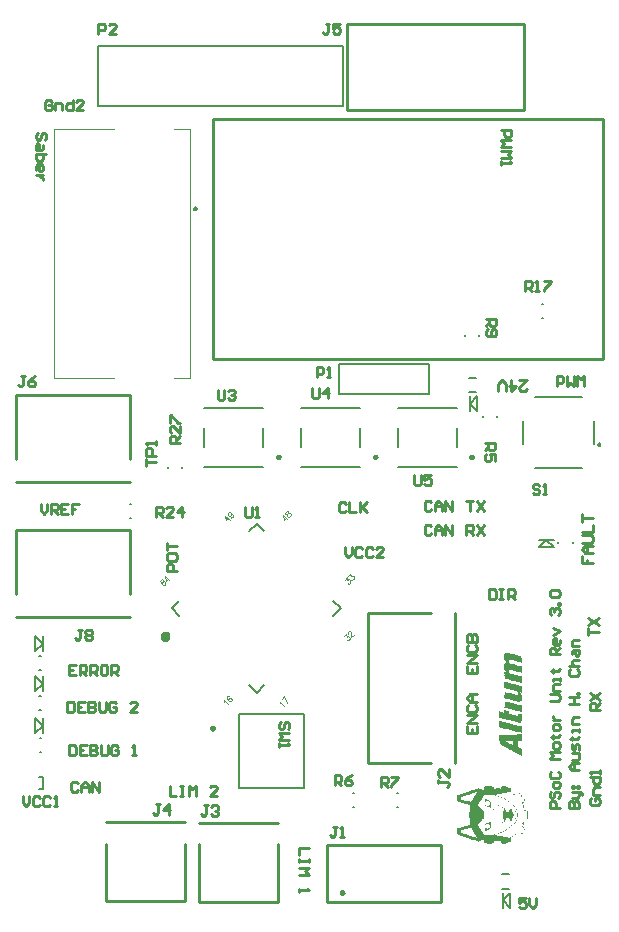
<source format=gto>
%FSTAX23Y23*%
%MOIN*%
%SFA1B1*%

%IPPOS*%
%ADD10C,0.010000*%
%ADD11C,0.007870*%
%ADD12C,0.009840*%
%ADD13C,0.015750*%
%ADD14C,0.003940*%
%ADD15C,0.005000*%
%LNmotor_unit_rev_3-1*%
%LPD*%
G36*
X01655Y00876D02*
X01659D01*
Y00876*
X0166*
Y00876*
X0166*
Y00876*
X01661*
Y00876*
X01662*
Y00876*
X01662*
Y00875*
X01666*
Y00874*
X01667*
Y00875*
X01667*
Y00874*
X01669*
Y00874*
X0167*
Y00873*
X01671*
Y00874*
X01671*
Y00873*
X01673*
Y00872*
X01677*
Y00872*
X01678*
Y00872*
X01678*
Y00872*
X0168*
Y00871*
X01681*
Y0087*
X01682*
Y00871*
X01682*
Y0087*
X01685*
Y0087*
X01688*
Y00869*
X01689*
Y0087*
X01689*
Y00869*
X0169*
Y00868*
X01692*
Y00867*
X01693*
Y00868*
X01693*
Y00867*
X01696*
Y00867*
X01696*
Y00866*
X01697*
Y00867*
X01698*
Y00865*
X01699*
Y00865*
X017*
Y00864*
X017*
Y00863*
X01701*
Y00863*
X01702*
Y00861*
X01702*
Y0086*
X01703*
Y00858*
X01704*
Y00857*
X01703*
Y00856*
X01704*
Y00854*
X01705*
Y00854*
X01704*
Y00853*
X01705*
Y00852*
X01704*
Y00852*
X01705*
Y00851*
X01704*
Y0085*
X01705*
Y00849*
X01704*
Y00849*
X01705*
Y00848*
X01704*
Y00847*
X01705*
Y00847*
X01704*
Y00846*
X01705*
Y00845*
X01704*
Y00845*
X01705*
Y00844*
X01702*
Y00845*
X01702*
Y00844*
X01701*
Y00845*
X01699*
Y00845*
X01697*
Y00846*
X01696*
Y00845*
X01696*
Y00846*
X01693*
Y00847*
X01691*
Y00847*
X01691*
Y00847*
X0169*
Y00847*
X01688*
Y00848*
X01686*
Y00849*
X01685*
Y00848*
X01685*
Y00849*
X01682*
Y00849*
X0168*
Y0085*
X0168*
Y00849*
X01679*
Y0085*
X01677*
Y00851*
X01675*
Y00852*
X01674*
Y00851*
X01673*
Y00852*
X01671*
Y00852*
X01669*
Y00853*
X01669*
Y00852*
X01668*
Y00853*
X01666*
Y00854*
X01662*
Y00853*
X0166*
Y00851*
X0166*
Y00849*
X01659*
Y00848*
X0166*
Y00846*
X0166*
Y00844*
X01661*
Y00843*
X01662*
Y00843*
X01662*
Y00842*
X01663*
Y00841*
X01664*
Y00842*
X01664*
Y00841*
X01666*
Y0084*
X01667*
Y0084*
X01668*
Y0084*
X01669*
Y0084*
X01671*
Y00839*
X01674*
Y00838*
X01675*
Y00839*
X01676*
Y00838*
X01676*
Y00838*
X01678*
Y00837*
X01679*
Y00838*
X0168*
Y00837*
X01682*
Y00836*
X01685*
Y00836*
X01686*
Y00836*
X01687*
Y00836*
X01687*
Y00835*
X01689*
Y00834*
X0169*
Y00835*
X01691*
Y00834*
X01693*
Y00834*
X01695*
Y00833*
X01696*
Y00834*
X01696*
Y00833*
X01697*
Y00834*
X01698*
Y00833*
X01698*
Y00832*
X017*
Y00831*
X01701*
Y00832*
X01702*
Y00831*
X01704*
Y00831*
X01705*
Y0083*
X01704*
Y00829*
X01705*
Y00829*
X01704*
Y00828*
X01705*
Y00827*
X01704*
Y00827*
X01705*
Y00826*
X01704*
Y00825*
X01705*
Y00825*
X01704*
Y00824*
X01705*
Y00823*
X01704*
Y00822*
X01705*
Y00822*
X01704*
Y00821*
X01705*
Y0082*
X01704*
Y0082*
X01705*
Y00819*
X01704*
Y00818*
X01705*
Y00818*
X01704*
Y00817*
X01705*
Y00816*
X01704*
Y00816*
X01705*
Y00815*
X01704*
Y00814*
X01705*
Y00814*
X01704*
Y00813*
X01705*
Y00812*
X01704*
Y00811*
X01705*
Y00811*
X01704*
Y0081*
X01702*
Y00811*
X017*
Y00811*
X01699*
Y00811*
X01698*
Y00811*
X01696*
Y00812*
X01694*
Y00813*
X01693*
Y00812*
X01693*
Y00813*
X01691*
Y00814*
X01689*
Y00814*
X01688*
Y00814*
X01687*
Y00814*
X01685*
Y00815*
X01683*
Y00816*
X01682*
Y00815*
X01682*
Y00816*
X0168*
Y00816*
X01678*
Y00817*
X01677*
Y00816*
X01676*
Y00817*
X01674*
Y00818*
X01672*
Y00818*
X01671*
Y00818*
X01671*
Y00818*
X01669*
Y00819*
X01667*
Y0082*
X01666*
Y00819*
X01665*
Y0082*
X01664*
Y00819*
X01664*
Y0082*
X01662*
Y00819*
X01661*
Y0082*
X0166*
Y00819*
X01661*
Y00818*
X0166*
Y00818*
X0166*
Y00816*
X01659*
Y00815*
X0166*
Y00814*
X01659*
Y00814*
X0166*
Y00813*
X0166*
Y00812*
X0166*
Y00811*
X0166*
Y00811*
X01661*
Y0081*
X01662*
Y00809*
X01662*
Y00809*
X01663*
Y00808*
X01664*
Y00807*
X01666*
Y00807*
X01667*
Y00807*
X01667*
Y00807*
X01669*
Y00806*
X01671*
Y00805*
X01672*
Y00806*
X01673*
Y00805*
X01675*
Y00805*
X01677*
Y00804*
X01678*
Y00805*
X01678*
Y00804*
X0168*
Y00803*
X01682*
Y00802*
X01683*
Y00803*
X01684*
Y00802*
X01686*
Y00802*
X01688*
Y00801*
X01689*
Y00802*
X01689*
Y00801*
X01691*
Y008*
X01693*
Y008*
X01694*
Y008*
X01695*
Y008*
X01697*
Y00799*
X01699*
Y00798*
X017*
Y00799*
X017*
Y00798*
X01702*
Y00798*
X01705*
Y00797*
X01704*
Y00796*
X01705*
Y00796*
X01704*
Y00795*
X01705*
Y00794*
X01704*
Y00793*
X01705*
Y00793*
X01704*
Y00792*
X01705*
Y00791*
X01704*
Y00791*
X01705*
Y0079*
X01704*
Y00789*
X01705*
Y00789*
X01704*
Y00788*
X01705*
Y00787*
X01704*
Y00787*
X01705*
Y00786*
X01704*
Y00785*
X01705*
Y00784*
X01704*
Y00784*
X01705*
Y00783*
X01704*
Y00782*
X01705*
Y00782*
X01704*
Y00781*
X01705*
Y0078*
X01704*
Y0078*
X01705*
Y00779*
X01704*
Y00778*
X01705*
Y00778*
X01704*
Y00777*
X01703*
Y00776*
X01702*
Y00777*
X01702*
Y00776*
X01701*
Y00777*
X01699*
Y00778*
X01697*
Y00778*
X01694*
Y00779*
X01691*
Y0078*
X01691*
Y00779*
X0169*
Y0078*
X01688*
Y0078*
X01686*
Y00781*
X01683*
Y00782*
X01682*
Y00782*
X01681*
Y00782*
X0168*
Y00782*
X0168*
Y00782*
X01679*
Y00782*
X01677*
Y00783*
X01675*
Y00784*
X01672*
Y00784*
X01669*
Y00785*
X01669*
Y00784*
X01668*
Y00785*
X01667*
Y00786*
X01667*
Y00785*
X01666*
Y00786*
X01664*
Y00787*
X01661*
Y00787*
X0166*
Y00788*
X01659*
Y00787*
X01658*
Y00788*
X01658*
Y00787*
X01657*
Y00788*
X01656*
Y00789*
X01655*
Y00788*
X01655*
Y00789*
X01653*
Y00789*
X0165*
Y0079*
X01649*
Y00791*
X01648*
Y0079*
X01647*
Y00791*
X01646*
Y00791*
X01647*
Y00792*
X01646*
Y00793*
X01647*
Y00793*
X01646*
Y00794*
X01647*
Y00795*
X01646*
Y00796*
X01647*
Y00796*
X01646*
Y00797*
X01647*
Y00798*
X01646*
Y00798*
X01647*
Y00799*
X01646*
Y008*
X01647*
Y008*
X01646*
Y00801*
X01647*
Y00802*
X01646*
Y00802*
X01647*
Y00803*
X01646*
Y00804*
X01647*
Y00805*
X01646*
Y00805*
X01647*
Y00806*
X01646*
Y00807*
X01647*
Y00807*
X01646*
Y00808*
X01647*
Y00809*
X01646*
Y00809*
X01647*
Y0081*
X01646*
Y00811*
X01647*
Y00811*
X01646*
Y00812*
X01649*
Y00811*
X01649*
Y00811*
X0165*
Y00811*
X01651*
Y00811*
X01653*
Y00811*
X01652*
Y00812*
X01651*
Y00813*
X01651*
Y00814*
X0165*
Y00815*
X01649*
Y00817*
X01648*
Y00818*
X01647*
Y0082*
X01646*
Y0082*
X01646*
Y00821*
X01646*
Y00822*
X01646*
Y00825*
X01645*
Y00826*
X01646*
Y00827*
X01645*
Y00831*
X01646*
Y00832*
X01645*
Y00833*
X01646*
Y00834*
X01645*
Y00834*
X01646*
Y00836*
X01646*
Y00837*
X01646*
Y00838*
X01646*
Y00838*
X01647*
Y0084*
X01649*
Y00841*
X0165*
Y00842*
X01651*
Y00843*
X01651*
Y00843*
X01652*
Y00843*
X01653*
Y00843*
X01653*
Y00843*
X01654*
Y00843*
X01653*
Y00844*
X01653*
Y00845*
X01652*
Y00845*
X01651*
Y00846*
X01651*
Y00847*
X0165*
Y00848*
X01649*
Y0085*
X01648*
Y00851*
X01647*
Y00853*
X01646*
Y00855*
X01646*
Y00858*
X01645*
Y00859*
X01646*
Y0086*
X01645*
Y00865*
X01646*
Y00865*
X01645*
Y00866*
X01646*
Y00867*
X01645*
Y00867*
X01646*
Y0087*
X01646*
Y0087*
X01646*
Y00871*
X01646*
Y00872*
X01647*
Y00874*
X01648*
Y00874*
X01649*
Y00875*
X0165*
Y00876*
X01651*
Y00876*
X01655*
Y00877*
X01655*
Y00876*
G37*
G36*
X01649Y00779D02*
X01651D01*
Y00778*
X01655*
Y00778*
X01655*
Y00778*
X01656*
Y00778*
X01657*
Y00777*
X01659*
Y00776*
X0166*
Y00777*
X0166*
Y00776*
X01662*
Y00775*
X01666*
Y00775*
X01667*
Y00775*
X01667*
Y00775*
X01668*
Y00774*
X0167*
Y00773*
X01671*
Y00774*
X01671*
Y00773*
X01673*
Y00773*
X01677*
Y00772*
X01678*
Y00773*
X01678*
Y00772*
X0168*
Y00771*
X01681*
Y00771*
X01682*
Y00771*
X01682*
Y00771*
X01685*
Y0077*
X01688*
Y00769*
X01689*
Y0077*
X01689*
Y00769*
X0169*
Y00769*
X01692*
Y00768*
X01693*
Y00769*
X01693*
Y00768*
X01696*
Y00767*
X01699*
Y00767*
X017*
Y00767*
X017*
Y00767*
X01702*
Y00766*
X01703*
Y00765*
X01704*
Y00764*
X01705*
Y00764*
X01704*
Y00763*
X01705*
Y00762*
X01704*
Y00762*
X01705*
Y00761*
X01704*
Y0076*
X01705*
Y0076*
X01704*
Y00759*
X01705*
Y00758*
X01704*
Y00758*
X01705*
Y00757*
X01704*
Y00756*
X01705*
Y00755*
X01704*
Y00755*
X01705*
Y00754*
X01704*
Y00753*
X01705*
Y00753*
X01704*
Y00752*
X01705*
Y00751*
X01704*
Y00751*
X01705*
Y0075*
X01704*
Y00749*
X01705*
Y00749*
X01704*
Y00748*
X01705*
Y00747*
X01704*
Y00746*
X01705*
Y00746*
X01704*
Y00745*
X01705*
Y00744*
X01702*
Y00745*
X01702*
Y00744*
X01701*
Y00745*
X01699*
Y00746*
X01698*
Y00745*
X01698*
Y00744*
X01699*
Y00744*
X017*
Y00743*
X017*
Y00742*
X01701*
Y00741*
X01702*
Y0074*
X01702*
Y0074*
X01703*
Y00737*
X01704*
Y00737*
X01705*
Y00733*
X01705*
Y00731*
X01706*
Y00731*
X01705*
Y0073*
X01706*
Y00729*
X01705*
Y00728*
X01706*
Y00728*
X01705*
Y00727*
X01706*
Y00726*
X01705*
Y00726*
X01706*
Y00725*
X01705*
Y00724*
X01706*
Y00724*
X01705*
Y00722*
X01705*
Y0072*
X01704*
Y00719*
X01705*
Y00718*
X01704*
Y00717*
X01703*
Y00717*
X01702*
Y00716*
X01702*
Y00715*
X01701*
Y00715*
X017*
Y00714*
X017*
Y00715*
X01699*
Y00714*
X01698*
Y00713*
X01692*
Y00714*
X01689*
Y00715*
X01686*
Y00715*
X01683*
Y00716*
X01682*
Y00715*
X01682*
Y00716*
X01681*
Y00717*
X0168*
Y00716*
X0168*
Y00717*
X01678*
Y00717*
X01675*
Y00718*
X01673*
Y00719*
X01673*
Y00718*
X01672*
Y00719*
X01671*
Y00718*
X01671*
Y00719*
X0167*
Y0072*
X01669*
Y00719*
X01669*
Y0072*
X01667*
Y0072*
X01664*
Y00721*
X01661*
Y00722*
X0166*
Y00721*
X0166*
Y00722*
X01659*
Y00722*
X01658*
Y00722*
X01658*
Y00722*
X01655*
Y00723*
X01653*
Y00724*
X01651*
Y00724*
X01651*
Y00724*
X0165*
Y00724*
X01649*
Y00724*
X01649*
Y00724*
X01648*
Y00725*
X01647*
Y00726*
X01646*
Y00726*
X01647*
Y00727*
X01646*
Y00728*
X01647*
Y00728*
X01646*
Y00729*
X01647*
Y0073*
X01646*
Y00731*
X01647*
Y00731*
X01646*
Y00732*
X01647*
Y00733*
X01646*
Y00733*
X01647*
Y00734*
X01646*
Y00735*
X01647*
Y00735*
X01646*
Y00736*
X01647*
Y00737*
X01646*
Y00737*
X01647*
Y00738*
X01646*
Y00739*
X01647*
Y0074*
X01646*
Y0074*
X01647*
Y00741*
X01646*
Y00742*
X01647*
Y00742*
X01646*
Y00743*
X01647*
Y00744*
X01646*
Y00744*
X01647*
Y00745*
X01646*
Y00746*
X01647*
Y00746*
X01648*
Y00746*
X0165*
Y00745*
X01652*
Y00744*
X01653*
Y00745*
X01653*
Y00744*
X01655*
Y00744*
X01658*
Y00743*
X01658*
Y00744*
X01659*
Y00743*
X01661*
Y00742*
X01663*
Y00742*
X01664*
Y00742*
X01664*
Y00742*
X01667*
Y00741*
X01669*
Y0074*
X01669*
Y00741*
X0167*
Y0074*
X01672*
Y0074*
X01674*
Y00739*
X01675*
Y0074*
X01676*
Y00739*
X01678*
Y00738*
X0168*
Y00737*
X0168*
Y00738*
X01681*
Y00737*
X01683*
Y00737*
X01685*
Y00736*
X01686*
Y00737*
X01687*
Y00736*
X01687*
Y00737*
X01688*
Y00736*
X01689*
Y00737*
X0169*
Y00737*
X01691*
Y00739*
X01691*
Y00744*
X01691*
Y00744*
X01691*
Y00745*
X01691*
Y00746*
X0169*
Y00746*
X01689*
Y00747*
X01689*
Y00748*
X01687*
Y00749*
X01686*
Y00749*
X01685*
Y00749*
X01685*
Y00749*
X01682*
Y0075*
X0168*
Y00751*
X0168*
Y0075*
X01679*
Y00751*
X01677*
Y00751*
X01675*
Y00752*
X01674*
Y00751*
X01673*
Y00752*
X01671*
Y00753*
X01669*
Y00753*
X01669*
Y00753*
X01668*
Y00753*
X01666*
Y00754*
X01664*
Y00755*
X01663*
Y00754*
X01662*
Y00755*
X0166*
Y00755*
X01658*
Y00756*
X01658*
Y00755*
X01657*
Y00756*
X01655*
Y00757*
X01653*
Y00758*
X01652*
Y00757*
X01651*
Y00758*
X01649*
Y00758*
X01647*
Y00759*
X01646*
Y0076*
X01647*
Y0076*
X01646*
Y00761*
X01647*
Y00762*
X01646*
Y00762*
X01647*
Y00763*
X01646*
Y00764*
X01647*
Y00764*
X01646*
Y00765*
X01647*
Y00766*
X01646*
Y00767*
X01647*
Y00767*
X01646*
Y00768*
X01647*
Y00769*
X01646*
Y00769*
X01647*
Y0077*
X01646*
Y00771*
X01647*
Y00771*
X01646*
Y00772*
X01647*
Y00773*
X01646*
Y00773*
X01647*
Y00774*
X01646*
Y00775*
X01647*
Y00775*
X01646*
Y00776*
X01647*
Y00777*
X01646*
Y00778*
X01647*
Y00778*
X01646*
Y00779*
X01647*
Y0078*
X01648*
Y00779*
X01649*
Y0078*
X01649*
Y00779*
G37*
G36*
X01705Y00765D02*
X01704D01*
Y00766*
X01705*
Y00765*
G37*
G36*
X01651Y00714D02*
X01653D01*
Y00713*
X01655*
Y00713*
X01655*
Y00713*
X01656*
Y00713*
X01658*
Y00712*
X0166*
Y00711*
X01661*
Y00712*
X01662*
Y00711*
X01664*
Y00711*
X01666*
Y0071*
X01667*
Y00711*
X01667*
Y0071*
X01669*
Y00709*
X01671*
Y00708*
X01672*
Y00709*
X01673*
Y00708*
X01675*
Y00708*
X01677*
Y00707*
X01678*
Y00708*
X01678*
Y00707*
X0168*
Y00706*
X01682*
Y00706*
X01683*
Y00706*
X01684*
Y00706*
X01686*
Y00705*
X01688*
Y00704*
X01689*
Y00705*
X01689*
Y00704*
X01691*
Y00704*
X01693*
Y00703*
X01694*
Y00704*
X01695*
Y00703*
X01697*
Y00702*
X01699*
Y00702*
X017*
Y00702*
X017*
Y00702*
X01701*
Y00701*
X01705*
Y007*
X01704*
Y00699*
X01705*
Y00699*
X01704*
Y00698*
X01705*
Y00697*
X01704*
Y00697*
X01705*
Y00696*
X01704*
Y00695*
X01705*
Y00695*
X01704*
Y00694*
X01705*
Y00693*
X01704*
Y00693*
X01705*
Y00692*
X01704*
Y00691*
X01705*
Y0069*
X01704*
Y0069*
X01705*
Y00689*
X01704*
Y00688*
X01705*
Y00688*
X01704*
Y00687*
X01705*
Y00686*
X01704*
Y00686*
X01705*
Y00685*
X01704*
Y00684*
X01705*
Y00684*
X01704*
Y00683*
X01705*
Y00682*
X01704*
Y00681*
X01705*
Y00681*
X01704*
Y0068*
X01705*
Y00679*
X01702*
Y0068*
X01702*
Y00679*
X01701*
Y0068*
X01699*
Y00681*
X01697*
Y00681*
X01694*
Y00682*
X01691*
Y00683*
X01691*
Y00682*
X0169*
Y00683*
X01688*
Y00684*
X01686*
Y00684*
X01683*
Y00685*
X0168*
Y00686*
X0168*
Y00685*
X01679*
Y00686*
X01677*
Y00686*
X01675*
Y00687*
X01674*
Y00686*
X01673*
Y00687*
X01672*
Y00688*
X01669*
Y00688*
X01669*
Y00688*
X01668*
Y00688*
X01666*
Y00689*
X01664*
Y0069*
X01661*
Y0069*
X01658*
Y00691*
X01658*
Y0069*
X01657*
Y00691*
X01655*
Y00692*
X01653*
Y00693*
X01652*
Y00692*
X01651*
Y00693*
X0165*
Y00693*
X01647*
Y00694*
X01646*
Y00695*
X01647*
Y00695*
X01646*
Y00696*
X01647*
Y00697*
X01646*
Y00697*
X01647*
Y00698*
X01646*
Y00699*
X01647*
Y00699*
X01646*
Y007*
X01647*
Y00701*
X01646*
Y00702*
X01647*
Y00702*
X01646*
Y00703*
X01647*
Y00704*
X01646*
Y00704*
X01647*
Y00705*
X01646*
Y00706*
X01647*
Y00706*
X01646*
Y00707*
X01647*
Y00708*
X01646*
Y00708*
X01647*
Y00709*
X01646*
Y0071*
X01647*
Y00711*
X01646*
Y00711*
X01647*
Y00712*
X01646*
Y00713*
X01647*
Y00713*
X01646*
Y00714*
X01647*
Y00715*
X01649*
Y00714*
X0165*
Y00715*
X01651*
Y00714*
G37*
G36*
X01649Y00685D02*
X01651D01*
Y00684*
X01653*
Y00684*
X01654*
Y00684*
X01655*
Y00684*
X01657*
Y00683*
X01659*
Y00682*
X0166*
Y00677*
X01659*
Y00677*
X0166*
Y00673*
X01662*
Y00672*
X01662*
Y00673*
X01663*
Y00672*
X01665*
Y00672*
X01667*
Y00671*
X01668*
Y00672*
X01669*
Y00671*
X01671*
Y0067*
X01673*
Y0067*
X01673*
Y0067*
X01674*
Y0067*
X01676*
Y00669*
X01678*
Y00668*
X01679*
Y00669*
X0168*
Y00668*
X01682*
Y00668*
X01684*
Y00667*
X01685*
Y00668*
X01685*
Y00667*
X01687*
Y00666*
X01688*
Y00667*
X01689*
Y00666*
X01689*
Y00667*
X0169*
Y00668*
X01691*
Y00668*
X01691*
Y00675*
X01692*
Y00674*
X01693*
Y00675*
X01693*
Y00674*
X01696*
Y00673*
X01698*
Y00672*
X01698*
Y00673*
X01699*
Y00672*
X01701*
Y00672*
X01703*
Y00671*
X01704*
Y0067*
X01705*
Y00652*
X01704*
Y00651*
X01705*
Y0065*
X01704*
Y0065*
X01703*
Y00649*
X01704*
Y00648*
X01703*
Y00646*
X01702*
Y00646*
X01702*
Y00645*
X017*
Y00644*
X01699*
Y00643*
X01698*
Y00644*
X01698*
Y00643*
X01696*
Y00644*
X01695*
Y00643*
X01694*
Y00644*
X01693*
Y00643*
X01693*
Y00644*
X01691*
Y00645*
X01689*
Y00646*
X01688*
Y00645*
X01687*
Y00646*
X01687*
Y00645*
X01686*
Y00646*
X01685*
Y00646*
X01683*
Y00647*
X01682*
Y00646*
X01682*
Y00647*
X0168*
Y00648*
X01678*
Y00648*
X01677*
Y00648*
X01676*
Y00648*
X01674*
Y00649*
X01672*
Y0065*
X01671*
Y00649*
X01671*
Y0065*
X01669*
Y0065*
X01667*
Y00651*
X01666*
Y0065*
X01665*
Y00651*
X01663*
Y00652*
X01661*
Y00652*
X0166*
Y00652*
X0166*
Y00652*
X01658*
Y00653*
X01655*
Y00654*
X01655*
Y00653*
X01654*
Y00654*
X01652*
Y00655*
X0165*
Y00655*
X01649*
Y00655*
X01649*
Y00655*
X01646*
Y00656*
X01644*
Y00657*
X01644*
Y00656*
X01643*
Y00657*
X01641*
Y00657*
X01639*
Y00658*
X01638*
Y00657*
X01637*
Y00658*
X01635*
Y00659*
X01633*
Y00659*
X01633*
Y00659*
X01632*
Y00659*
X0163*
Y0066*
X01629*
Y00681*
X0163*
Y00681*
X01631*
Y00681*
X01631*
Y00681*
X01633*
Y0068*
X01634*
Y00679*
X01635*
Y0068*
X01635*
Y00679*
X01637*
Y00679*
X0164*
Y00678*
X0164*
Y00679*
X01641*
Y00678*
X01642*
Y00679*
X01642*
Y00678*
X01643*
Y00677*
X01645*
Y00677*
X01646*
Y00677*
X01646*
Y00677*
X01647*
Y00677*
X01646*
Y00678*
X01647*
Y00679*
X01646*
Y00679*
X01647*
Y0068*
X01646*
Y00681*
X01647*
Y00681*
X01646*
Y00682*
X01647*
Y00683*
X01646*
Y00684*
X01647*
Y00684*
X01646*
Y00685*
X01647*
Y00686*
X01648*
Y00685*
X01649*
Y00686*
X01649*
Y00685*
G37*
G36*
X01705Y00671D02*
X01704D01*
Y00672*
X01705*
Y00671*
G37*
G36*
X01631Y00649D02*
X01632D01*
Y00648*
X01633*
Y00649*
X01633*
Y00648*
X01635*
Y00648*
X01636*
Y00648*
X01637*
Y00648*
X01639*
Y00647*
X01641*
Y00646*
X01642*
Y00647*
X01642*
Y00646*
X01644*
Y00646*
X01646*
Y00645*
X01647*
Y00646*
X01648*
Y00645*
X0165*
Y00644*
X01652*
Y00643*
X01653*
Y00644*
X01653*
Y00643*
X01654*
Y00643*
X01658*
Y00642*
X01658*
Y00643*
X01659*
Y00642*
X01661*
Y00641*
X01663*
Y00641*
X01664*
Y00641*
X01664*
Y00641*
X01665*
Y0064*
X01669*
Y00639*
X01669*
Y0064*
X0167*
Y00639*
X01672*
Y00639*
X01674*
Y00638*
X01675*
Y00639*
X01676*
Y00638*
X01676*
Y00637*
X0168*
Y00637*
X0168*
Y00637*
X01681*
Y00637*
X01683*
Y00636*
X01685*
Y00635*
X01686*
Y00636*
X01687*
Y00635*
X01687*
Y00634*
X01691*
Y00634*
X01691*
Y00634*
X01692*
Y00634*
X01694*
Y00633*
X01696*
Y00632*
X01698*
Y00632*
X01702*
Y00631*
X01702*
Y00632*
X01703*
Y00631*
X01704*
Y0063*
X01705*
Y0063*
X01704*
Y00629*
X01705*
Y00628*
X01704*
Y00628*
X01705*
Y00627*
X01704*
Y00626*
X01705*
Y00625*
X01704*
Y00625*
X01705*
Y00624*
X01704*
Y00623*
X01705*
Y00623*
X01704*
Y00622*
X01705*
Y00621*
X01704*
Y00621*
X01705*
Y0062*
X01704*
Y00619*
X01705*
Y00619*
X01704*
Y00618*
X01705*
Y00617*
X01704*
Y00617*
X01705*
Y00616*
X01704*
Y00615*
X01705*
Y00614*
X01704*
Y00614*
X01705*
Y00613*
X01704*
Y00612*
X01705*
Y00612*
X01704*
Y00611*
X01705*
Y0061*
X01704*
Y0061*
X01702*
Y0061*
X017*
Y00611*
X01699*
Y0061*
X01698*
Y00611*
X01696*
Y00612*
X01694*
Y00612*
X01693*
Y00612*
X01693*
Y00612*
X01691*
Y00613*
X01689*
Y00614*
X01688*
Y00613*
X01687*
Y00614*
X01685*
Y00614*
X01683*
Y00615*
X01682*
Y00614*
X01682*
Y00615*
X0168*
Y00616*
X01678*
Y00617*
X01677*
Y00616*
X01676*
Y00617*
X01674*
Y00617*
X01672*
Y00618*
X01671*
Y00617*
X01671*
Y00618*
X01669*
Y00619*
X01667*
Y00619*
X01666*
Y00619*
X01665*
Y00619*
X01663*
Y0062*
X01661*
Y00621*
X0166*
Y0062*
X0166*
Y00621*
X01658*
Y00621*
X01655*
Y00622*
X01655*
Y00621*
X01654*
Y00622*
X01652*
Y00623*
X0165*
Y00623*
X01649*
Y00623*
X01649*
Y00623*
X01646*
Y00624*
X01644*
Y00625*
X01644*
Y00624*
X01643*
Y00625*
X01641*
Y00625*
X01639*
Y00626*
X01638*
Y00625*
X01637*
Y00626*
X01635*
Y00627*
X01633*
Y00628*
X01633*
Y00627*
X01632*
Y00628*
X0163*
Y00628*
X01628*
Y00629*
X01629*
Y0063*
X01628*
Y0063*
X01629*
Y00631*
X01628*
Y00632*
X01629*
Y00632*
X01628*
Y00633*
X01629*
Y00634*
X01628*
Y00634*
X01629*
Y00635*
X01628*
Y00636*
X01629*
Y00637*
X01628*
Y00637*
X01629*
Y00638*
X01628*
Y00639*
X01629*
Y00639*
X01628*
Y0064*
X01629*
Y00641*
X01628*
Y00641*
X01629*
Y00642*
X01628*
Y00643*
X01629*
Y00643*
X01628*
Y00644*
X01629*
Y00645*
X01628*
Y00646*
X01629*
Y00646*
X01628*
Y00647*
X01629*
Y00648*
X01628*
Y00648*
X01629*
Y00649*
X01628*
Y0065*
X0163*
Y00649*
X01631*
Y0065*
X01631*
Y00649*
G37*
G36*
X01704Y00604D02*
X01705D01*
Y00603*
X01704*
Y00603*
X01705*
Y00602*
X01704*
Y00601*
X01705*
Y00601*
X01704*
Y006*
X01705*
Y00599*
X01704*
Y00599*
X01705*
Y00598*
X01704*
Y00597*
X01705*
Y00596*
X01704*
Y00596*
X01705*
Y00595*
X01704*
Y00594*
X01705*
Y00594*
X01704*
Y00593*
X01705*
Y00592*
X01704*
Y00592*
X01705*
Y00591*
X01704*
Y0059*
X01705*
Y0059*
X01704*
Y00589*
X01705*
Y00588*
X01704*
Y00587*
X01705*
Y00587*
X01704*
Y00586*
X01705*
Y00585*
X01704*
Y00585*
X01705*
Y00584*
X01704*
Y00583*
X01705*
Y00583*
X01704*
Y00582*
X01705*
Y00581*
X01704*
Y00581*
X01703*
Y0058*
X01702*
Y00581*
X01702*
Y0058*
X01701*
Y00581*
X017*
Y0058*
X017*
Y00581*
X01699*
Y0058*
X01698*
Y00581*
X01692*
Y00581*
X01691*
Y00581*
X01691*
Y00578*
X01691*
Y00578*
X01691*
Y00576*
X01691*
Y00575*
X01691*
Y00573*
X01691*
Y00572*
X01691*
Y0057*
X01691*
Y00569*
X01691*
Y00567*
X01691*
Y00567*
X01691*
Y00565*
X01691*
Y00564*
X01691*
Y00562*
X01691*
Y00563*
X01692*
Y00562*
X01693*
Y00561*
X01695*
Y00561*
X01696*
Y0056*
X01698*
Y00559*
X017*
Y00558*
X017*
Y00558*
X01701*
Y00558*
X01702*
Y00558*
X01702*
Y00557*
X01705*
Y00556*
X01704*
Y00556*
X01705*
Y00555*
X01704*
Y00554*
X01705*
Y00554*
X01704*
Y00553*
X01705*
Y00552*
X01704*
Y00552*
X01705*
Y00551*
X01704*
Y0055*
X01705*
Y00549*
X01704*
Y00549*
X01705*
Y00548*
X01704*
Y00547*
X01705*
Y00547*
X01704*
Y00546*
X01705*
Y00545*
X01704*
Y00545*
X01705*
Y00544*
X01704*
Y00543*
X01705*
Y00543*
X01704*
Y00542*
X01705*
Y00541*
X01704*
Y0054*
X01705*
Y0054*
X01704*
Y00539*
X01705*
Y00538*
X01704*
Y00538*
X01705*
Y00537*
X01704*
Y00536*
X01705*
Y00536*
X01704*
Y00535*
X01705*
Y00534*
X01704*
Y00534*
X01705*
Y00533*
X01704*
Y00532*
X01703*
Y00533*
X01702*
Y00534*
X01702*
Y00533*
X01701*
Y00534*
X017*
Y00534*
X017*
Y00535*
X01698*
Y00536*
X01697*
Y00536*
X01696*
Y00537*
X01694*
Y00538*
X01693*
Y00538*
X01691*
Y00539*
X01691*
Y0054*
X01689*
Y0054*
X01688*
Y00541*
X01687*
Y00542*
X01687*
Y00541*
X01686*
Y00542*
X01685*
Y00543*
X01685*
Y00543*
X01684*
Y00543*
X01683*
Y00543*
X01682*
Y00544*
X01682*
Y00545*
X0168*
Y00545*
X01679*
Y00546*
X01678*
Y00547*
X01676*
Y00547*
X01675*
Y00548*
X01673*
Y00549*
X01672*
Y00549*
X01671*
Y0055*
X0167*
Y00551*
X01669*
Y00552*
X01669*
Y00551*
X01668*
Y00552*
X01667*
Y00552*
X01667*
Y00553*
X01666*
Y00552*
X01665*
Y00553*
X01664*
Y00554*
X01664*
Y00554*
X01662*
Y00555*
X01661*
Y00556*
X0166*
Y00556*
X01658*
Y00557*
X01657*
Y00558*
X01655*
Y00558*
X01654*
Y00559*
X01653*
Y0056*
X01652*
Y00561*
X0165*
Y00561*
X01649*
Y00562*
X01647*
Y00563*
X01646*
Y00563*
X01646*
Y00564*
X01644*
Y00565*
X01643*
Y00565*
X01642*
Y00566*
X0164*
Y00567*
X0164*
Y00567*
X01639*
Y00568*
X01638*
Y00569*
X01637*
Y00569*
X01637*
Y0057*
X01636*
Y00571*
X01635*
Y00572*
X01635*
Y00572*
X01634*
Y00573*
X01633*
Y00575*
X01633*
Y00576*
X01632*
Y00576*
X01631*
Y00578*
X01631*
Y00581*
X0163*
Y00581*
X01629*
Y00585*
X01629*
Y00585*
X01629*
Y00586*
X01629*
Y00587*
X01628*
Y00587*
X01629*
Y00588*
X01628*
Y00589*
X01629*
Y0059*
X01628*
Y0059*
X01629*
Y00591*
X01628*
Y00592*
X01629*
Y00592*
X01628*
Y00593*
X01629*
Y00594*
X01628*
Y00594*
X01629*
Y00595*
X01628*
Y00596*
X01629*
Y00596*
X01628*
Y00597*
X01629*
Y00598*
X01628*
Y00599*
X01629*
Y00599*
X01628*
Y006*
X01629*
Y00601*
X01628*
Y00601*
X01629*
Y00602*
X01631*
Y00603*
X01631*
Y00602*
X01632*
Y00603*
X01633*
Y00602*
X01633*
Y00603*
X01634*
Y00602*
X01635*
Y00603*
X01635*
Y00602*
X01636*
Y00603*
X01637*
Y00602*
X01637*
Y00603*
X01638*
Y00602*
X01639*
Y00603*
X0164*
Y00602*
X0164*
Y00603*
X01641*
Y00602*
X01642*
Y00603*
X01642*
Y00602*
X01643*
Y00603*
X01653*
Y00603*
X01654*
Y00603*
X01655*
Y00603*
X01655*
Y00603*
X01656*
Y00603*
X01657*
Y00603*
X01658*
Y00603*
X01667*
Y00604*
X01667*
Y00603*
X01668*
Y00604*
X01669*
Y00603*
X01669*
Y00604*
X0167*
Y00603*
X01671*
Y00604*
X01671*
Y00603*
X01672*
Y00604*
X01673*
Y00603*
X01673*
Y00604*
X01674*
Y00603*
X01675*
Y00604*
X01676*
Y00603*
X01676*
Y00604*
X01677*
Y00603*
X01678*
Y00604*
X0168*
Y00603*
X0168*
Y00604*
X01689*
Y00605*
X0169*
Y00604*
X01691*
Y00605*
X01691*
Y00604*
X01692*
Y00605*
X01693*
Y00604*
X01693*
Y00605*
X01704*
Y00604*
G37*
G36*
X01602Y00435D02*
X01603D01*
Y00434*
X01603*
Y00434*
X01604*
Y00433*
X01604*
Y00433*
X01605*
Y00432*
X01606*
Y00431*
X01606*
Y0043*
X01607*
Y0043*
X01608*
Y00429*
X01608*
Y00428*
X01609*
Y00428*
X0161*
Y00427*
X0161*
Y00427*
X01611*
Y00425*
X01611*
Y00425*
X01612*
Y00425*
X01612*
Y00424*
X01614*
Y00425*
X01614*
Y00424*
X01615*
Y00425*
X01616*
Y00424*
X01617*
Y00425*
X01618*
Y00424*
X01618*
Y00425*
X01619*
Y00424*
X01619*
Y00425*
X0162*
Y00424*
X0162*
Y00425*
X01621*
Y00424*
X01621*
Y00425*
X01622*
Y00424*
X01622*
Y00425*
X01623*
Y00424*
X01623*
Y00425*
X01624*
Y00424*
X01624*
Y00425*
X01625*
Y00424*
X01625*
Y00425*
X01626*
Y00424*
X01626*
Y00425*
X01627*
Y00424*
X01627*
Y00425*
X01628*
Y00424*
X01628*
Y00425*
X01629*
Y00424*
X01629*
Y00425*
X0163*
Y00424*
X0163*
Y00425*
X0163*
Y00424*
X01631*
Y00425*
X01631*
Y00424*
X01632*
Y00425*
X01632*
Y00424*
X01633*
Y00425*
X01633*
Y00424*
X01634*
Y00425*
X01634*
Y00425*
X01635*
Y00426*
X01635*
Y00427*
X01636*
Y00427*
X01636*
Y00428*
X01637*
Y00429*
X01638*
Y0043*
X01638*
Y00431*
X01639*
Y00431*
X01639*
Y00432*
X0164*
Y00432*
X0164*
Y00433*
X01641*
Y00434*
X01641*
Y00435*
X01642*
Y00434*
X01642*
Y00434*
X01643*
Y00434*
X01643*
Y00434*
X01644*
Y00433*
X01645*
Y00433*
X01645*
Y00433*
X01646*
Y00433*
X01646*
Y00432*
X01648*
Y00432*
X01648*
Y00432*
X01649*
Y00432*
X01649*
Y00431*
X0165*
Y00431*
X0165*
Y00431*
X01651*
Y00431*
X01651*
Y0043*
X01653*
Y0043*
X01654*
Y00429*
X01655*
Y00429*
X01655*
Y00429*
X01656*
Y00429*
X01657*
Y00428*
X01658*
Y00428*
X01658*
Y00428*
X01658*
Y00428*
X01659*
Y00427*
X0166*
Y00427*
X01662*
Y00426*
X01662*
Y00426*
X01663*
Y00426*
X01663*
Y00426*
X01664*
Y00425*
X01665*
Y00425*
X01667*
Y00425*
X01667*
Y00419*
X01667*
Y00419*
X01667*
Y00418*
X01667*
Y00418*
X01667*
Y00417*
X01667*
Y00417*
X01667*
Y00416*
X01667*
Y00416*
X01667*
Y00415*
X01667*
Y00415*
X01667*
Y00414*
X01667*
Y00414*
X01667*
Y00412*
X01668*
Y00411*
X01669*
Y00411*
X01669*
Y0041*
X0167*
Y0041*
X01671*
Y0041*
X01672*
Y00409*
X01673*
Y00409*
X01674*
Y00408*
X01675*
Y00408*
X01675*
Y00407*
X01676*
Y00407*
X01677*
Y00406*
X01678*
Y00406*
X01679*
Y00405*
X0168*
Y00405*
X0168*
Y00404*
X01681*
Y00404*
X01682*
Y00403*
X01684*
Y00403*
X01685*
Y00402*
X01687*
Y00403*
X01688*
Y00403*
X01689*
Y00404*
X0169*
Y00404*
X01691*
Y00404*
X0169*
Y00403*
X01689*
Y00403*
X01688*
Y00402*
X01688*
Y00402*
X01686*
Y00401*
X01685*
Y00402*
X01684*
Y00402*
X01683*
Y00403*
X01682*
Y00403*
X01681*
Y00404*
X0168*
Y00404*
X01679*
Y00405*
X01678*
Y00405*
X01677*
Y00406*
X01677*
Y00406*
X01676*
Y00407*
X01675*
Y00407*
X01674*
Y00408*
X01673*
Y00408*
X01672*
Y00409*
X01671*
Y00409*
X0167*
Y0041*
X01669*
Y0041*
X01669*
Y0041*
X01667*
Y00411*
X01666*
Y00411*
X01665*
Y00412*
X01663*
Y00411*
X01662*
Y00412*
X0166*
Y00411*
X01658*
Y00411*
X01656*
Y0041*
X01654*
Y0041*
X01651*
Y0041*
X01648*
Y00409*
X01646*
Y00409*
X01644*
Y00408*
X01641*
Y00408*
X01638*
Y00407*
X01635*
Y00407*
X01633*
Y00406*
X01631*
Y00406*
X01628*
Y00405*
X01625*
Y00405*
X01623*
Y00404*
X0162*
Y00404*
X01617*
Y00403*
X01615*
Y00403*
X01614*
Y00402*
X01615*
Y00401*
X01617*
Y00401*
X01618*
Y004*
X0162*
Y004*
X01622*
Y00399*
X01623*
Y00399*
X01625*
Y00398*
X01626*
Y00398*
X01628*
Y00397*
X01629*
Y00397*
X0163*
Y00396*
X01632*
Y00396*
X01634*
Y00396*
X01635*
Y00395*
X01637*
Y00395*
X01638*
Y00394*
X0164*
Y00394*
X01641*
Y00393*
X01643*
Y00393*
X01644*
Y00392*
X01645*
Y00392*
X01646*
Y00391*
X01647*
Y00391*
X01647*
Y0039*
X01648*
Y0039*
X01649*
Y00389*
X01649*
Y00389*
X0165*
Y00388*
X01651*
Y00388*
X01651*
Y00387*
X01652*
Y00387*
X01652*
Y00386*
X01653*
Y00386*
X01654*
Y00385*
X01654*
Y00385*
X01655*
Y00384*
X01656*
Y00384*
X01656*
Y00383*
X01657*
Y00383*
X01658*
Y00382*
X01658*
Y00382*
X01658*
Y00382*
X01659*
Y00381*
X0166*
Y00381*
X0166*
Y0038*
X01661*
Y0038*
X01661*
Y00379*
X01662*
Y00379*
X01663*
Y00378*
X01663*
Y00378*
X01662*
Y00378*
X01662*
Y00379*
X01661*
Y00379*
X0166*
Y00379*
X01661*
Y00378*
X01662*
Y00378*
X01662*
Y00377*
X01662*
Y00378*
X01661*
Y00378*
X0166*
Y00379*
X0166*
Y00379*
X01659*
Y0038*
X01658*
Y0038*
X01658*
Y00381*
X01658*
Y00381*
X01657*
Y00382*
X01656*
Y00382*
X01656*
Y00382*
X01655*
Y00383*
X01655*
Y00383*
X01654*
Y00384*
X01653*
Y00384*
X01653*
Y00385*
X01652*
Y00385*
X01652*
Y00386*
X01651*
Y00386*
X0165*
Y00387*
X0165*
Y00387*
X01649*
Y00388*
X01648*
Y00388*
X01648*
Y00389*
X01647*
Y00389*
X01647*
Y0039*
X01646*
Y0039*
X01645*
Y00391*
X01644*
Y00391*
X01644*
Y00392*
X01642*
Y00392*
X0164*
Y00393*
X01639*
Y00393*
X01637*
Y00394*
X01636*
Y00394*
X01634*
Y00395*
X01633*
Y00395*
X01631*
Y00396*
X0163*
Y00396*
X01629*
Y00396*
X01627*
Y00397*
X01625*
Y00397*
X01624*
Y00398*
X01622*
Y00398*
X01621*
Y00399*
X01619*
Y00399*
X01618*
Y004*
X01616*
Y004*
X01615*
Y00401*
X01613*
Y00401*
X01612*
Y00402*
X01579*
Y00401*
X01578*
Y004*
X01578*
Y00399*
X01577*
Y00399*
X01577*
Y00398*
X01576*
Y00397*
X01576*
Y00396*
X01575*
Y00396*
X01575*
Y00395*
X01574*
Y00395*
X01574*
Y00394*
X01573*
Y00393*
X01573*
Y00392*
X01573*
Y00392*
X01572*
Y00391*
X01572*
Y0039*
X01571*
Y0039*
X01571*
Y00389*
X0157*
Y00388*
X0157*
Y00387*
X01569*
Y00387*
X01569*
Y00386*
X01568*
Y00385*
X01568*
Y00384*
X01567*
Y00384*
X01567*
Y00383*
X01566*
Y00382*
X01566*
Y00382*
X01565*
Y00381*
X01565*
Y00381*
X01564*
Y0038*
X01564*
Y00379*
X01563*
Y00378*
X01563*
Y00378*
X01562*
Y00377*
X01562*
Y00376*
X01561*
Y00376*
X01561*
Y00375*
X0156*
Y00374*
X0156*
Y00373*
X01559*
Y00373*
X01559*
Y00372*
X01558*
Y00371*
X01558*
Y00371*
X01558*
Y0037*
X01557*
Y00369*
X01557*
Y00368*
X01557*
Y00368*
X01558*
Y00368*
X01558*
Y00367*
X01558*
Y00367*
X01559*
Y00366*
X01559*
Y00366*
X0156*
Y00365*
X0156*
Y00365*
X01561*
Y00364*
X01561*
Y00364*
X01562*
Y00363*
X01562*
Y00363*
X01563*
Y00362*
X01563*
Y00362*
X01564*
Y00361*
X01564*
Y00361*
X01565*
Y0036*
X01565*
Y00359*
X01566*
Y00359*
X01567*
Y00358*
X01567*
Y00358*
X01568*
Y00357*
X01568*
Y00357*
X01569*
Y00356*
X01569*
Y00356*
X0157*
Y00355*
X0157*
Y00355*
X01571*
Y00354*
X01571*
Y00354*
X01572*
Y00353*
X01572*
Y00353*
X01573*
Y00353*
X01573*
Y00352*
X01573*
Y00352*
X01574*
Y00351*
X01574*
Y00351*
X01575*
Y0035*
X01575*
Y0035*
X01576*
Y00349*
X01576*
Y00349*
X01577*
Y00348*
X01577*
Y00348*
X01578*
Y00347*
X01589*
Y00347*
X0159*
Y00347*
X0159*
Y00347*
X01601*
Y00348*
X01601*
Y00348*
X01602*
Y00349*
X01603*
Y00349*
X01603*
Y00348*
X01603*
Y00348*
X01602*
Y00347*
X01601*
Y00347*
X01601*
Y00346*
X01579*
Y00344*
X01578*
Y00326*
X01588*
Y00325*
X01588*
Y00326*
X01589*
Y00325*
X01601*
Y00325*
X01602*
Y00325*
X01602*
Y00324*
X01603*
Y00324*
X01603*
Y00323*
X01604*
Y00323*
X01604*
Y00322*
X01605*
Y00322*
X01605*
Y00321*
X01604*
Y00322*
X01604*
Y00322*
X01603*
Y00323*
X01603*
Y00323*
X01602*
Y00324*
X01602*
Y00324*
X01601*
Y00325*
X01601*
Y00325*
X01578*
Y00325*
X01577*
Y00324*
X01577*
Y00324*
X01576*
Y00323*
X01576*
Y00323*
X01575*
Y00322*
X01575*
Y00322*
X01574*
Y00321*
X01574*
Y00321*
X01573*
Y0032*
X01573*
Y0032*
X01573*
Y00319*
X01572*
Y00319*
X01572*
Y00318*
X01571*
Y00318*
X01571*
Y00317*
X0157*
Y00317*
X0157*
Y00316*
X01569*
Y00316*
X01569*
Y00315*
X01568*
Y00315*
X01568*
Y00314*
X01567*
Y00314*
X01567*
Y00313*
X01566*
Y00313*
X01566*
Y00312*
X01565*
Y00312*
X01565*
Y00311*
X01564*
Y00311*
X01564*
Y0031*
X01563*
Y0031*
X01563*
Y0031*
X01562*
Y00309*
X01562*
Y00309*
X01561*
Y00308*
X01561*
Y00308*
X0156*
Y00307*
X0156*
Y00307*
X01559*
Y00306*
X01559*
Y00306*
X01558*
Y00305*
X01558*
Y00305*
X01558*
Y00304*
X01557*
Y00304*
X01557*
Y00303*
X01557*
Y00302*
X01558*
Y00301*
X01558*
Y003*
X01558*
Y003*
X01559*
Y00299*
X01559*
Y00298*
X0156*
Y00298*
X0156*
Y00297*
X01561*
Y00296*
X01561*
Y00296*
X01562*
Y00295*
X01562*
Y00294*
X01563*
Y00294*
X01563*
Y00293*
X01564*
Y00292*
X01564*
Y00292*
X01565*
Y00291*
X01565*
Y0029*
X01566*
Y00289*
X01566*
Y00289*
X01567*
Y00288*
X01567*
Y00287*
X01568*
Y00287*
X01568*
Y00286*
X01569*
Y00285*
X01569*
Y00284*
X0157*
Y00284*
X0157*
Y00283*
X01571*
Y00282*
X01571*
Y00282*
X01572*
Y00281*
X01572*
Y0028*
X01573*
Y0028*
X01573*
Y00279*
X01573*
Y00278*
X01574*
Y00278*
X01574*
Y00277*
X01575*
Y00276*
X01575*
Y00275*
X01576*
Y00275*
X01576*
Y00274*
X01577*
Y00273*
X01577*
Y00272*
X01578*
Y00272*
X01578*
Y00271*
X01579*
Y0027*
X01579*
Y0027*
X01611*
Y0027*
X01613*
Y00271*
X01614*
Y00271*
X01615*
Y00272*
X01617*
Y00272*
X01619*
Y00273*
X0162*
Y00273*
X01622*
Y00274*
X01623*
Y00274*
X01625*
Y00275*
X01626*
Y00275*
X01628*
Y00276*
X01629*
Y00276*
X0163*
Y00277*
X01632*
Y00277*
X01633*
Y00278*
X01635*
Y00278*
X01637*
Y00279*
X01638*
Y00279*
X0164*
Y0028*
X01641*
Y0028*
X01643*
Y00281*
X01644*
Y00281*
X01645*
Y00282*
X01646*
Y00282*
X01646*
Y00282*
X01647*
Y00283*
X01647*
Y00283*
X01648*
Y00284*
X01649*
Y00284*
X01649*
Y00285*
X0165*
Y00285*
X01651*
Y00286*
X01651*
Y00286*
X01652*
Y00287*
X01652*
Y00287*
X01653*
Y00288*
X01654*
Y00288*
X01654*
Y00289*
X01655*
Y00289*
X01656*
Y0029*
X01656*
Y0029*
X01657*
Y00291*
X01657*
Y00291*
X01658*
Y00292*
X01658*
Y00292*
X01659*
Y00293*
X01659*
Y00293*
X0166*
Y00293*
X01661*
Y00293*
X0166*
Y00294*
X01661*
Y00293*
X01661*
Y00294*
X01661*
Y00294*
X01661*
Y00294*
X01662*
Y00293*
X01662*
Y00293*
X01661*
Y00292*
X0166*
Y00292*
X0166*
Y00291*
X01659*
Y00291*
X01659*
Y0029*
X01658*
Y0029*
X01658*
Y00289*
X01657*
Y00289*
X01657*
Y00288*
X01656*
Y00288*
X01655*
Y00287*
X01655*
Y00287*
X01654*
Y00286*
X01653*
Y00286*
X01653*
Y00285*
X01652*
Y00285*
X01651*
Y00284*
X01651*
Y00284*
X0165*
Y00283*
X0165*
Y00283*
X01649*
Y00282*
X01648*
Y00282*
X01648*
Y00282*
X01647*
Y00281*
X01646*
Y00281*
X01646*
Y0028*
X01645*
Y0028*
X01644*
Y00279*
X01642*
Y00279*
X0164*
Y00278*
X01639*
Y00278*
X01637*
Y00277*
X01636*
Y00277*
X01634*
Y00276*
X01633*
Y00276*
X01631*
Y00275*
X0163*
Y00275*
X01628*
Y00274*
X01627*
Y00274*
X01625*
Y00273*
X01624*
Y00273*
X01622*
Y00272*
X01621*
Y00272*
X01619*
Y00271*
X01618*
Y00271*
X01616*
Y0027*
X01615*
Y0027*
X01614*
Y00269*
X01614*
Y00269*
X01616*
Y00268*
X01619*
Y00268*
X01622*
Y00267*
X01624*
Y00267*
X01627*
Y00267*
X0163*
Y00266*
X01632*
Y00266*
X01634*
Y00265*
X01637*
Y00265*
X0164*
Y00264*
X01642*
Y00264*
X01645*
Y00263*
X01647*
Y00263*
X0165*
Y00262*
X01652*
Y00262*
X01654*
Y00261*
X01657*
Y00261*
X01659*
Y0026*
X01663*
Y00261*
X01663*
Y0026*
X01665*
Y0026*
X01666*
Y00261*
X01667*
Y00261*
X01668*
Y00262*
X01669*
Y00262*
X0167*
Y00263*
X01671*
Y00263*
X01672*
Y00264*
X01673*
Y00264*
X01673*
Y00265*
X01674*
Y00265*
X01675*
Y00266*
X01676*
Y00266*
X01677*
Y00267*
X01678*
Y00267*
X01679*
Y00267*
X0168*
Y00268*
X01681*
Y00267*
X0168*
Y00267*
X01679*
Y00267*
X01678*
Y00266*
X01678*
Y00266*
X01677*
Y00265*
X01676*
Y00265*
X01675*
Y00264*
X01674*
Y00264*
X01673*
Y00263*
X01672*
Y00263*
X01671*
Y00262*
X01671*
Y00262*
X0167*
Y00261*
X01669*
Y00261*
X01668*
Y0026*
X01667*
Y00259*
X01667*
Y00258*
X01667*
Y00258*
X01667*
Y00257*
X01667*
Y00257*
X01667*
Y00256*
X01667*
Y00256*
X01667*
Y00255*
X01667*
Y00255*
X01667*
Y00254*
X01667*
Y00253*
X01667*
Y00253*
X01667*
Y00251*
X01667*
Y00251*
X01667*
Y00247*
X01666*
Y00247*
X01665*
Y00246*
X01665*
Y00247*
X01664*
Y00246*
X01664*
Y00246*
X01662*
Y00245*
X01661*
Y00245*
X0166*
Y00244*
X0166*
Y00245*
X01659*
Y00244*
X01658*
Y00244*
X01658*
Y00243*
X01657*
Y00244*
X01657*
Y00243*
X01656*
Y00243*
X01655*
Y00242*
X01653*
Y00242*
X01653*
Y00241*
X01652*
Y00242*
X01652*
Y00241*
X01651*
Y00241*
X01651*
Y0024*
X0165*
Y00241*
X0165*
Y0024*
X01648*
Y0024*
X01648*
Y00239*
X01647*
Y0024*
X01647*
Y00239*
X01646*
Y00239*
X01645*
Y00239*
X01644*
Y00239*
X01644*
Y00239*
X01644*
Y00238*
X01643*
Y00238*
X01643*
Y00238*
X01642*
Y00238*
X01642*
Y00238*
X01641*
Y00239*
X01641*
Y00239*
X0164*
Y00239*
X0164*
Y0024*
X01639*
Y0024*
X01639*
Y00242*
X01638*
Y00242*
X01638*
Y00243*
X01637*
Y00243*
X01637*
Y00244*
X01636*
Y00244*
X01636*
Y00246*
X01635*
Y00247*
X01634*
Y00247*
X01634*
Y00248*
X0162*
Y00248*
X01619*
Y00248*
X01618*
Y00248*
X01617*
Y00248*
X01617*
Y00248*
X01616*
Y00248*
X01616*
Y00248*
X01615*
Y00248*
X01615*
Y00248*
X01615*
Y00248*
X01614*
Y00248*
X01614*
Y00248*
X01613*
Y00248*
X01613*
Y00248*
X01612*
Y00247*
X01611*
Y00246*
X01611*
Y00246*
X0161*
Y00244*
X0161*
Y00244*
X01609*
Y00244*
X01609*
Y00243*
X01608*
Y00243*
X01608*
Y00242*
X01607*
Y00242*
X01607*
Y00241*
X01606*
Y00241*
X01606*
Y0024*
X01605*
Y0024*
X01605*
Y00239*
X01604*
Y00239*
X01604*
Y00239*
X01603*
Y00238*
X01603*
Y00237*
X01602*
Y00237*
X01602*
Y00237*
X01601*
Y00238*
X01601*
Y00237*
X01601*
Y00238*
X016*
Y00238*
X016*
Y00238*
X01599*
Y00238*
X01599*
Y00238*
X01598*
Y00238*
X01597*
Y00239*
X01596*
Y00239*
X01596*
Y00239*
X01595*
Y00239*
X01595*
Y00239*
X01594*
Y00239*
X01593*
Y00239*
X01591*
Y0024*
X01591*
Y00239*
X0159*
Y0024*
X01589*
Y0024*
X01587*
Y00241*
X01587*
Y0024*
X01587*
Y00241*
X01585*
Y00241*
X01584*
Y00242*
X01583*
Y00241*
X01583*
Y00242*
X01582*
Y00241*
X01582*
Y00242*
X0158*
Y00242*
X01579*
Y00248*
X01578*
Y00253*
X01578*
Y00254*
X01577*
Y00254*
X01576*
Y00253*
X01575*
Y00253*
X01575*
Y00253*
X01574*
Y00253*
X01574*
Y00253*
X01573*
Y00252*
X01573*
Y00253*
X01573*
Y00252*
X01571*
Y00252*
X01571*
Y00251*
X0157*
Y00252*
X0157*
Y00251*
X01568*
Y00251*
X01568*
Y0025*
X01567*
Y00251*
X01567*
Y0025*
X01566*
Y0025*
X01565*
Y00249*
X01564*
Y0025*
X01564*
Y00249*
X01563*
Y00249*
X01562*
Y00248*
X01561*
Y00249*
X01561*
Y00248*
X0156*
Y00248*
X0156*
Y00247*
X01559*
Y00248*
X01559*
Y00247*
X01558*
Y00248*
X01557*
Y00247*
X01557*
Y00248*
X01556*
Y00248*
X01556*
Y00249*
X01555*
Y00249*
X01554*
Y0025*
X01552*
Y0025*
X01551*
Y00251*
X01549*
Y00251*
X01548*
Y00252*
X01548*
Y00251*
X01547*
Y00252*
X01546*
Y00252*
X01544*
Y00253*
X01544*
Y00253*
X01543*
Y00253*
X01543*
Y00254*
X01541*
Y00253*
X01541*
Y00254*
X0154*
Y00253*
X01539*
Y00254*
X01538*
Y00254*
X01538*
Y00254*
X01537*
Y00254*
X01536*
Y00255*
X01535*
Y00255*
X01535*
Y00256*
X01534*
Y00255*
X01533*
Y00256*
X01532*
Y00256*
X01532*
Y00256*
X01531*
Y00256*
X0153*
Y00257*
X0153*
Y00257*
X01529*
Y00257*
X01529*
Y00257*
X01528*
Y00258*
X01526*
Y00258*
X01526*
Y00258*
X01525*
Y00259*
X01524*
Y00259*
X01523*
Y00259*
X01523*
Y00259*
X01522*
Y0026*
X01521*
Y0026*
X0152*
Y0026*
X0152*
Y0026*
X01519*
Y00261*
X01518*
Y00261*
X01516*
Y00262*
X01515*
Y00262*
X01514*
Y00263*
X01512*
Y00263*
X01511*
Y00264*
X01509*
Y00264*
X01508*
Y00265*
X01506*
Y00265*
X01505*
Y00266*
X01503*
Y00266*
X01502*
Y00267*
X01501*
Y00267*
X01501*
Y00267*
X01501*
Y00267*
X01499*
Y00267*
X01498*
Y00268*
X01496*
Y00268*
X01496*
Y00269*
X01495*
Y00268*
X01495*
Y00269*
X01493*
Y00269*
X01493*
Y0027*
X01492*
Y00269*
X01492*
Y0027*
X0149*
Y0027*
X0149*
Y00271*
X01489*
Y00271*
X01489*
Y00272*
X01489*
Y00272*
X01489*
Y00273*
X01489*
Y00273*
X01489*
Y00274*
X01489*
Y00274*
X01489*
Y00275*
X01489*
Y00275*
X01489*
Y00276*
X01489*
Y00276*
X01489*
Y00277*
X01489*
Y00277*
X01489*
Y00278*
X01489*
Y00278*
X01489*
Y00279*
X01489*
Y00279*
X01489*
Y0028*
X01489*
Y0028*
X01489*
Y00281*
X01489*
Y00281*
X01489*
Y00282*
X01489*
Y00282*
X01489*
Y00282*
X01489*
Y00283*
X01489*
Y00283*
X01489*
Y00284*
X01489*
Y00284*
X01489*
Y00285*
X01489*
Y00285*
X01489*
Y00286*
X01489*
Y00286*
X01489*
Y00287*
X01489*
Y00287*
X01489*
Y00288*
X01489*
Y00288*
X01489*
Y00289*
X01489*
Y00289*
X01489*
Y0029*
X01489*
Y0029*
X01489*
Y00291*
X01489*
Y00291*
X01489*
Y00292*
X0149*
Y00292*
X01493*
Y00293*
X01495*
Y00293*
X01496*
Y00294*
X01498*
Y00294*
X015*
Y00295*
X01502*
Y00295*
X01503*
Y00296*
X01505*
Y00296*
X01507*
Y00296*
X01509*
Y00297*
X01511*
Y00297*
X01513*
Y00298*
X01515*
Y00298*
X01517*
Y00299*
X01519*
Y00299*
X0152*
Y003*
X01522*
Y003*
X01524*
Y00301*
X01526*
Y00301*
X01527*
Y00302*
X01529*
Y00302*
X01531*
Y00303*
X01533*
Y00303*
X01533*
Y00305*
X01533*
Y00307*
X01532*
Y0031*
X01532*
Y00312*
X01531*
Y00314*
X01531*
Y00317*
X0153*
Y0032*
X0153*
Y00322*
X0153*
Y00325*
X01529*
Y00327*
X01529*
Y00329*
X01528*
Y00332*
X01528*
Y00334*
X01527*
Y00335*
X01528*
Y00336*
X01527*
Y00338*
X01528*
Y0034*
X01528*
Y00343*
X01529*
Y00345*
X01529*
Y00347*
X0153*
Y0035*
X0153*
Y00353*
X0153*
Y00354*
X01531*
Y00357*
X01531*
Y00357*
X01531*
Y00358*
X01531*
Y0036*
X01532*
Y00362*
X01532*
Y00365*
X01533*
Y00368*
X01533*
Y00369*
X01532*
Y00369*
X0153*
Y0037*
X01528*
Y0037*
X01526*
Y00371*
X01525*
Y00371*
X01523*
Y00372*
X01521*
Y00372*
X01519*
Y00373*
X01518*
Y00373*
X01515*
Y00374*
X01514*
Y00374*
X01512*
Y00375*
X0151*
Y00375*
X01508*
Y00376*
X01506*
Y00376*
X01504*
Y00377*
X01503*
Y00377*
X01501*
Y00378*
X01499*
Y00378*
X01498*
Y00379*
X01495*
Y00379*
X01494*
Y0038*
X01492*
Y0038*
X0149*
Y00381*
X01489*
Y00381*
X01489*
Y00382*
X01489*
Y00382*
X01489*
Y00382*
X01489*
Y00383*
X01489*
Y00383*
X01489*
Y00384*
X01489*
Y00384*
X01489*
Y00385*
X01489*
Y00385*
X01489*
Y00386*
X01489*
Y00386*
X01489*
Y00387*
X01489*
Y00387*
X01489*
Y00388*
X01489*
Y00388*
X01489*
Y00389*
X01489*
Y00389*
X01489*
Y0039*
X01489*
Y0039*
X01489*
Y00391*
X01489*
Y00391*
X01489*
Y00392*
X01489*
Y00392*
X01489*
Y00393*
X01489*
Y00393*
X01489*
Y00394*
X01489*
Y00394*
X01489*
Y00395*
X01489*
Y00395*
X01489*
Y00396*
X01489*
Y00396*
X01489*
Y00396*
X01489*
Y00397*
X01489*
Y00397*
X01489*
Y00398*
X01489*
Y00398*
X01489*
Y00399*
X01489*
Y00399*
X01489*
Y004*
X01489*
Y004*
X01489*
Y00401*
X01489*
Y00401*
X0149*
Y00402*
X01491*
Y00402*
X01491*
Y00402*
X01492*
Y00402*
X01493*
Y00403*
X01494*
Y00403*
X01494*
Y00403*
X01495*
Y00403*
X01496*
Y00404*
X01497*
Y00404*
X01497*
Y00404*
X01498*
Y00404*
X01498*
Y00405*
X015*
Y00405*
X015*
Y00405*
X01501*
Y00405*
X01501*
Y00406*
X01502*
Y00406*
X01503*
Y00406*
X01503*
Y00406*
X01504*
Y00407*
X01505*
Y00407*
X01506*
Y00407*
X01506*
Y00407*
X01507*
Y00408*
X01508*
Y00408*
X0151*
Y00409*
X01511*
Y00409*
X01513*
Y0041*
X01514*
Y0041*
X01515*
Y0041*
X01517*
Y00411*
X01518*
Y00411*
X0152*
Y00412*
X01521*
Y00412*
X01523*
Y00413*
X01524*
Y00413*
X01525*
Y00414*
X01525*
Y00413*
X01526*
Y00414*
X01527*
Y00413*
X01528*
Y00414*
X01527*
Y00414*
X01528*
Y00415*
X01528*
Y00414*
X01529*
Y00415*
X0153*
Y00415*
X0153*
Y00416*
X01531*
Y00415*
X01531*
Y00416*
X01533*
Y00416*
X01533*
Y00417*
X01534*
Y00416*
X01535*
Y00417*
X01535*
Y00417*
X01536*
Y00417*
X01536*
Y00418*
X01537*
Y00417*
X01537*
Y00418*
X01538*
Y00418*
X01538*
Y00418*
X01539*
Y00418*
X01539*
Y00419*
X0154*
Y00418*
X0154*
Y00418*
X01543*
Y00419*
X01544*
Y0042*
X01545*
Y0042*
X01547*
Y00421*
X01548*
Y00421*
X01549*
Y00422*
X0155*
Y00422*
X01551*
Y00422*
X01553*
Y00423*
X01554*
Y00423*
X01555*
Y00424*
X01556*
Y00425*
X01556*
Y00424*
X01557*
Y00425*
X01557*
Y00424*
X01558*
Y00425*
X01558*
Y00425*
X01558*
Y00425*
X01559*
Y00424*
X01559*
Y00425*
X0156*
Y00424*
X01561*
Y00424*
X01562*
Y00423*
X01562*
Y00424*
X01563*
Y00423*
X01564*
Y00423*
X01565*
Y00422*
X01565*
Y00423*
X01566*
Y00422*
X01566*
Y00422*
X01568*
Y00421*
X01568*
Y00422*
X01569*
Y00421*
X01569*
Y00421*
X01571*
Y0042*
X01571*
Y00421*
X01572*
Y0042*
X01572*
Y0042*
X01573*
Y00419*
X01573*
Y0042*
X01573*
Y00419*
X01574*
Y00419*
X01575*
Y00418*
X01577*
Y00418*
X01578*
Y00419*
X01578*
Y00425*
X01579*
Y00429*
X01579*
Y0043*
X01581*
Y0043*
X01581*
Y0043*
X01582*
Y0043*
X01583*
Y00431*
X01585*
Y00431*
X01585*
Y00431*
X01586*
Y00431*
X01587*
Y00432*
X01588*
Y00432*
X01589*
Y00432*
X01589*
Y00432*
X0159*
Y00432*
X0159*
Y00432*
X01591*
Y00433*
X01591*
Y00432*
X01592*
Y00433*
X01593*
Y00433*
X01594*
Y00433*
X01594*
Y00433*
X01596*
Y00434*
X01597*
Y00434*
X01598*
Y00434*
X01598*
Y00434*
X016*
Y00435*
X01601*
Y00435*
X01601*
Y00435*
X01602*
Y00435*
X01602*
Y00435*
G37*
G36*
X0155Y00422D02*
X0155D01*
Y00423*
X0155*
Y00422*
G37*
G36*
X01665Y0041D02*
X01664D01*
Y00411*
X01665*
Y0041*
G37*
G36*
X01669Y00409D02*
X01668D01*
Y00409*
X01669*
Y00409*
G37*
G36*
X01698Y00405D02*
X01696D01*
Y00406*
X01698*
Y00405*
G37*
G36*
X01696Y00405D02*
X01695D01*
Y00405*
X01696*
Y00405*
G37*
G36*
X01695Y00404D02*
X01694D01*
Y00405*
X01695*
Y00404*
G37*
G36*
X01692D02*
X01691D01*
Y00405*
X01692*
Y00404*
G37*
G36*
X01694Y00404D02*
X01693D01*
Y00404*
X01694*
Y00404*
G37*
G36*
X01693Y00403D02*
X01692D01*
Y00404*
X01693*
Y00403*
G37*
G36*
X01692Y00403D02*
X01691D01*
Y00403*
X01692*
Y00403*
G37*
G36*
X01691Y00402D02*
X0169D01*
Y00403*
X01691*
Y00402*
G37*
G36*
X0169Y00402D02*
X01689D01*
Y00402*
X0169*
Y00402*
G37*
G36*
X01689Y00401D02*
X01688D01*
Y00402*
X01689*
Y00401*
G37*
G36*
X01701Y00402D02*
X01701D01*
Y00401*
X01701*
Y00401*
X017*
Y00402*
X01701*
Y00402*
G37*
G36*
X01688Y00401D02*
X01687D01*
Y00401*
X01688*
Y00401*
G37*
G36*
X01687Y004D02*
X01687D01*
Y00401*
X01687*
Y004*
G37*
G36*
X01672Y00407D02*
X01673D01*
Y00407*
X01673*
Y00406*
X01674*
Y00406*
X01675*
Y00405*
X01676*
Y00405*
X01677*
Y00404*
X01678*
Y00404*
X01679*
Y00403*
X0168*
Y00403*
X01681*
Y00402*
X01682*
Y00402*
X01683*
Y00401*
X01684*
Y00401*
X01685*
Y004*
X01687*
Y004*
X01685*
Y004*
X01684*
Y00401*
X01683*
Y00401*
X01682*
Y00402*
X01681*
Y00402*
X0168*
Y00403*
X01679*
Y00403*
X01678*
Y00404*
X01677*
Y00404*
X01676*
Y00405*
X01675*
Y00405*
X01674*
Y00406*
X01673*
Y00406*
X01673*
Y00407*
X01672*
Y00407*
X01671*
Y00408*
X01672*
Y00407*
G37*
G36*
X01704Y00397D02*
X01704D01*
Y00396*
X01704*
Y00397*
X01703*
Y00398*
X01704*
Y00397*
G37*
G36*
X01698Y00408D02*
X01699D01*
Y00407*
X01699*
Y00407*
X017*
Y00406*
X017*
Y00405*
X01701*
Y00405*
X01701*
Y00404*
X01701*
Y00403*
X01702*
Y00403*
X01702*
Y00402*
X01703*
Y00402*
X01703*
Y00401*
X01704*
Y004*
X01704*
Y004*
X01705*
Y00399*
X01705*
Y00399*
X01706*
Y00398*
X01706*
Y00397*
X01707*
Y00397*
X01707*
Y00396*
X01707*
Y00396*
X01706*
Y00397*
X01706*
Y00398*
X01705*
Y00398*
X01705*
Y00399*
X01704*
Y00399*
X01704*
Y004*
X01703*
Y004*
X01703*
Y00401*
X01702*
Y00402*
X01702*
Y00402*
X01701*
Y00403*
X01701*
Y00404*
X01701*
Y00404*
X017*
Y00405*
X017*
Y00406*
X01699*
Y00406*
X01699*
Y00407*
X01698*
Y00407*
X01697*
Y00407*
X01696*
Y00406*
X01695*
Y00406*
X01694*
Y00405*
X01693*
Y00405*
X01692*
Y00405*
X01693*
Y00406*
X01693*
Y00406*
X01694*
Y00407*
X01695*
Y00407*
X01696*
Y00408*
X01697*
Y00408*
X01698*
Y00408*
G37*
G36*
X01712Y00392D02*
X01711D01*
Y00393*
X01712*
Y00392*
G37*
G36*
X01707Y00393D02*
X01708D01*
Y00392*
X01707*
Y00393*
X01707*
Y00394*
X01707*
Y00393*
G37*
G36*
X01713Y00391D02*
X01712D01*
Y00392*
X01713*
Y00391*
G37*
G36*
X01709D02*
X01709D01*
Y0039*
X01709*
Y00391*
X01708*
Y00392*
X01709*
Y00391*
G37*
G36*
X01712Y00385D02*
X01712D01*
Y00387*
X01712*
Y00385*
G37*
G36*
X01712Y00385D02*
X01711D01*
Y00385*
X01712*
Y00385*
G37*
G36*
X01711Y00384D02*
X01711D01*
Y00385*
X01711*
Y00384*
G37*
G36*
X01711Y00383D02*
X0171D01*
Y00382*
X0171*
Y00383*
X0171*
Y00384*
X01711*
Y00383*
G37*
G36*
X0171Y00382D02*
X01709D01*
Y00382*
X0171*
Y00382*
G37*
G36*
X01709Y00381D02*
X01709D01*
Y00382*
X01709*
Y00381*
G37*
G36*
X01709Y0038D02*
X01708D01*
Y00381*
X01709*
Y0038*
G37*
G36*
X01708Y0038D02*
X01708D01*
Y0038*
X01708*
Y0038*
G37*
G36*
X01708Y00379D02*
X01707D01*
Y0038*
X01708*
Y00379*
G37*
G36*
X01707Y00378D02*
X01707D01*
Y00377*
X01706*
Y00378*
X01707*
Y00379*
X01707*
Y00378*
G37*
G36*
X01706Y00376D02*
X01706D01*
Y00377*
X01706*
Y00376*
G37*
G36*
X01665Y00377D02*
X01665D01*
Y00376*
X01664*
Y00377*
X01664*
Y00377*
X01665*
Y00377*
G37*
G36*
X01706Y00376D02*
X01705D01*
Y00376*
X01706*
Y00376*
G37*
G36*
X01664D02*
X01663D01*
Y00376*
X01664*
Y00376*
G37*
G36*
X01705Y00375D02*
X01705D01*
Y00376*
X01705*
Y00375*
G37*
G36*
X01705Y00374D02*
X01704D01*
Y00373*
X01704*
Y00374*
X01704*
Y00375*
X01705*
Y00374*
G37*
G36*
X01667Y00373D02*
X01667D01*
Y00374*
X01667*
Y00373*
G37*
G36*
X01667Y00375D02*
X01667D01*
Y00375*
X01668*
Y00374*
X01668*
Y00374*
X01669*
Y00373*
X0167*
Y00373*
X0167*
Y00372*
X01669*
Y00373*
X01669*
Y00373*
X01668*
Y00374*
X01667*
Y00374*
X01667*
Y00375*
X01666*
Y00375*
X01666*
Y00376*
X01667*
Y00375*
G37*
G36*
X01709Y00372D02*
X01708D01*
Y00372*
X01709*
Y00372*
G37*
G36*
X01669D02*
X01668D01*
Y00372*
X01669*
Y00372*
G37*
G36*
X01672Y00371D02*
X01672D01*
Y00371*
X01671*
Y00371*
X01671*
Y00372*
X01672*
Y00371*
G37*
G36*
Y0037D02*
X01672D01*
Y00369*
X01671*
Y0037*
X01671*
Y0037*
X01672*
Y0037*
G37*
G36*
X01674Y00369D02*
X01674D01*
Y00369*
X01673*
Y00369*
X01673*
Y0037*
X01674*
Y00369*
G37*
G36*
X01677Y00366D02*
X01676D01*
Y00366*
X01677*
Y00366*
G37*
G36*
X01581Y0039D02*
X01581D01*
Y00389*
X01583*
Y00388*
X01585*
Y00388*
X01587*
Y00387*
X01588*
Y00387*
X0159*
Y00386*
X01591*
Y00386*
X01593*
Y00385*
X01594*
Y00385*
X01595*
Y00384*
X01596*
Y00384*
X01596*
Y00383*
X01597*
Y00383*
X01597*
Y00382*
X01598*
Y00382*
X01598*
Y00382*
X01599*
Y00381*
X01599*
Y0038*
X016*
Y00379*
X016*
Y00378*
X01601*
Y00376*
X01601*
Y00374*
X01601*
Y0036*
X01602*
Y00359*
X01601*
Y00359*
X01599*
Y0036*
X01598*
Y0036*
X01597*
Y00361*
X01595*
Y00361*
X01594*
Y00362*
X01593*
Y00362*
X01591*
Y00363*
X0159*
Y00363*
X01589*
Y00364*
X01587*
Y00364*
X01587*
Y00365*
X01585*
Y00365*
X01584*
Y00366*
X01583*
Y00366*
X01581*
Y00367*
X0158*
Y0039*
X01581*
Y0039*
G37*
G36*
X01613Y00357D02*
X01612D01*
Y00358*
X01613*
Y00357*
G37*
G36*
X01612Y00357D02*
X01612D01*
Y00357*
X01612*
Y00357*
G37*
G36*
X01612Y00356D02*
X01611D01*
Y00357*
X01612*
Y00356*
G37*
G36*
X01611Y00356D02*
X01611D01*
Y00356*
X01611*
Y00356*
G37*
G36*
X01611Y00355D02*
X0161D01*
Y00356*
X01611*
Y00355*
G37*
G36*
X0161Y00355D02*
X0161D01*
Y00355*
X0161*
Y00355*
G37*
G36*
X0161Y00354D02*
X01609D01*
Y00355*
X0161*
Y00354*
G37*
G36*
X01609Y00354D02*
X01609D01*
Y00354*
X01609*
Y00354*
G37*
G36*
X01609Y00353D02*
X01608D01*
Y00354*
X01609*
Y00353*
G37*
G36*
X0171Y00353D02*
X0171D01*
Y00352*
X01711*
Y00352*
X01712*
Y00351*
X01713*
Y00351*
X01714*
Y0035*
X01715*
Y0035*
X01715*
Y00349*
X01715*
Y0035*
X01714*
Y0035*
X01713*
Y00351*
X01712*
Y00351*
X01711*
Y00352*
X0171*
Y00352*
X01709*
Y00354*
X0171*
Y00353*
G37*
G36*
X01608Y00353D02*
X01608D01*
Y00353*
X01607*
Y00352*
X01607*
Y00352*
X01606*
Y00351*
X01606*
Y00351*
X01605*
Y0035*
X01605*
Y0035*
X01604*
Y00349*
X01603*
Y0035*
X01604*
Y0035*
X01604*
Y00351*
X01605*
Y00351*
X01605*
Y00352*
X01606*
Y00352*
X01606*
Y00353*
X01607*
Y00353*
X01607*
Y00353*
X01608*
Y00353*
G37*
G36*
X01717Y00348D02*
X01718D01*
Y00348*
X01719*
Y00347*
X0172*
Y00347*
X01719*
Y00347*
X01718*
Y00348*
X01717*
Y00348*
X01716*
Y00349*
X01717*
Y00348*
G37*
G36*
X01722Y00326D02*
X01721D01*
Y00346*
X01722*
Y00326*
G37*
G36*
X01721Y00325D02*
X01721D01*
Y00326*
X01721*
Y00325*
G37*
G36*
X01721Y00325D02*
X0172D01*
Y00325*
X01721*
Y00325*
G37*
G36*
X0172Y00325D02*
X01719D01*
Y00325*
X0172*
Y00325*
G37*
G36*
X01719Y00324D02*
X01718D01*
Y00325*
X01719*
Y00324*
G37*
G36*
X01718Y00324D02*
X01717D01*
Y00324*
X01718*
Y00324*
G37*
G36*
X01717Y00323D02*
X01716D01*
Y00324*
X01717*
Y00323*
G37*
G36*
X01708Y00395D02*
X01709D01*
Y00395*
X01709*
Y00394*
X0171*
Y00393*
X0171*
Y00393*
X01711*
Y00392*
X01711*
Y00392*
X01712*
Y00391*
X01712*
Y0039*
X01713*
Y0039*
X01713*
Y00389*
X01714*
Y00388*
X01714*
Y00388*
X01715*
Y00387*
X01715*
Y00386*
X01715*
Y00384*
X01714*
Y00384*
X01714*
Y00383*
X01713*
Y00383*
X01713*
Y00382*
X01713*
Y00382*
X01713*
Y00382*
X01712*
Y00381*
X01712*
Y00381*
X01711*
Y00379*
X01711*
Y00379*
X0171*
Y00378*
X0171*
Y00377*
X01709*
Y00376*
X01709*
Y00376*
X01708*
Y00375*
X01708*
Y00374*
X01708*
Y00373*
X01708*
Y00372*
X01708*
Y00371*
X01709*
Y00369*
X01709*
Y00368*
X0171*
Y00367*
X01709*
Y00367*
X0171*
Y00365*
X0171*
Y00365*
X0171*
Y00364*
X0171*
Y00364*
X01711*
Y00363*
X0171*
Y00363*
X01711*
Y00361*
X01711*
Y00361*
X01711*
Y0036*
X01711*
Y0036*
X01712*
Y00359*
X01711*
Y00359*
X01712*
Y00356*
X01712*
Y00356*
X01712*
Y00355*
X01712*
Y00355*
X01713*
Y00354*
X01712*
Y00354*
X01713*
Y00353*
X01713*
Y00353*
X01714*
Y00353*
X01714*
Y00353*
X01715*
Y00353*
X01715*
Y00352*
X01715*
Y00352*
X01717*
Y00351*
X01717*
Y00351*
X01718*
Y00351*
X01718*
Y00351*
X01719*
Y0035*
X01719*
Y0035*
X01721*
Y00349*
X01721*
Y00349*
X01722*
Y00348*
X01723*
Y00348*
X01724*
Y00324*
X01723*
Y00324*
X01722*
Y00323*
X01721*
Y00323*
X01721*
Y00323*
X0172*
Y00324*
X01721*
Y00324*
X01721*
Y00325*
X01722*
Y00325*
X01722*
Y00325*
X01723*
Y00329*
X01723*
Y00343*
X01723*
Y00347*
X01722*
Y00347*
X01722*
Y00348*
X01721*
Y00348*
X0172*
Y00349*
X0172*
Y00349*
X01718*
Y0035*
X01717*
Y0035*
X01716*
Y00351*
X01715*
Y00351*
X01715*
Y00352*
X01714*
Y00352*
X01713*
Y00353*
X01712*
Y00353*
X01711*
Y00354*
X01711*
Y00356*
X0171*
Y00358*
X0171*
Y0036*
X01709*
Y00362*
X01709*
Y00365*
X01708*
Y00367*
X01708*
Y00369*
X01707*
Y00371*
X01707*
Y00374*
X01706*
Y00375*
X01707*
Y00375*
X01707*
Y00376*
X01708*
Y00377*
X01708*
Y00378*
X01709*
Y00378*
X01709*
Y00379*
X0171*
Y0038*
X0171*
Y0038*
X01711*
Y00381*
X01711*
Y00382*
X01712*
Y00383*
X01712*
Y00383*
X01713*
Y00384*
X01713*
Y00385*
X01714*
Y00386*
X01714*
Y00387*
X01714*
Y00387*
X01713*
Y00388*
X01713*
Y00389*
X01712*
Y0039*
X01711*
Y00391*
X01711*
Y00391*
X0171*
Y00392*
X0171*
Y00393*
X01709*
Y00393*
X01709*
Y00394*
X01708*
Y00395*
X01708*
Y00396*
X01708*
Y00395*
G37*
G36*
X01716Y00323D02*
X01715D01*
Y00323*
X01716*
Y00323*
G37*
G36*
X01715Y00322D02*
X01714D01*
Y00323*
X01715*
Y00322*
G37*
G36*
X01714Y00322D02*
X01713D01*
Y00322*
X01714*
Y00322*
G37*
G36*
X01713Y00321D02*
X01712D01*
Y00322*
X01713*
Y00321*
G37*
G36*
X0172Y00323D02*
X0172D01*
Y00322*
X01719*
Y00322*
X01718*
Y00321*
X01717*
Y00321*
X01717*
Y00321*
X01716*
Y00321*
X01716*
Y0032*
X01715*
Y0032*
X01714*
Y00319*
X01714*
Y00319*
X01713*
Y00318*
X01712*
Y00317*
X01713*
Y00317*
X01712*
Y00316*
X01712*
Y00316*
X01712*
Y00315*
X01712*
Y00314*
X01711*
Y00313*
X01712*
Y00313*
X01711*
Y00311*
X01711*
Y00309*
X0171*
Y00309*
X01711*
Y00308*
X0171*
Y00309*
X0171*
Y00308*
X0171*
Y00308*
X0171*
Y00305*
X01709*
Y00305*
X0171*
Y00304*
X01709*
Y00304*
X01709*
Y00303*
X01709*
Y00303*
X01709*
Y003*
X01708*
Y003*
X01708*
Y00299*
X01708*
Y00299*
X01708*
Y00297*
X01708*
Y00297*
X01709*
Y00296*
X01709*
Y00295*
X0171*
Y00294*
X0171*
Y00293*
X01711*
Y00293*
X01711*
Y00292*
X01712*
Y00291*
X01712*
Y0029*
X01713*
Y0029*
X01713*
Y00289*
X01714*
Y00288*
X01714*
Y00287*
X01715*
Y00286*
X01715*
Y00285*
X01715*
Y00284*
X01714*
Y00284*
X01714*
Y00283*
X01713*
Y00282*
X01713*
Y00282*
X01712*
Y00282*
X01713*
Y00281*
X01712*
Y00281*
X01711*
Y0028*
X01711*
Y0028*
X0171*
Y00279*
X0171*
Y00278*
X01709*
Y00278*
X01709*
Y00277*
X01708*
Y00276*
X01708*
Y00276*
X01707*
Y00275*
X01708*
Y00274*
X01707*
Y00275*
X01707*
Y00274*
X01707*
Y00274*
X01707*
Y00274*
X01706*
Y00274*
X01706*
Y00273*
X01705*
Y00273*
X01705*
Y00272*
X01704*
Y00271*
X01704*
Y00271*
X01703*
Y0027*
X01702*
Y00269*
X01702*
Y00268*
X01701*
Y00268*
X01701*
Y00267*
X01701*
Y00268*
X01701*
Y00269*
X01701*
Y00269*
X01702*
Y0027*
X01702*
Y00271*
X01703*
Y00271*
X01703*
Y00272*
X01704*
Y00272*
X01704*
Y00273*
X01705*
Y00274*
X01705*
Y00274*
X01706*
Y00275*
X01706*
Y00275*
X01707*
Y00276*
X01707*
Y00277*
X01708*
Y00277*
X01708*
Y00278*
X01709*
Y00279*
X01709*
Y0028*
X0171*
Y0028*
X0171*
Y00281*
X01711*
Y00281*
X01711*
Y00282*
X01712*
Y00283*
X01712*
Y00283*
X01713*
Y00284*
X01713*
Y00284*
X01714*
Y00285*
X01714*
Y00286*
X01714*
Y00287*
X01713*
Y00287*
X01713*
Y00288*
X01712*
Y00289*
X01712*
Y0029*
X01711*
Y00291*
X01711*
Y00292*
X0171*
Y00292*
X0171*
Y00293*
X01709*
Y00294*
X01709*
Y00295*
X01708*
Y00295*
X01708*
Y00296*
X01707*
Y00296*
X01707*
Y00297*
X01706*
Y00298*
X01707*
Y00301*
X01707*
Y00303*
X01708*
Y00305*
X01708*
Y00307*
X01709*
Y0031*
X01709*
Y00312*
X0171*
Y00313*
X0171*
Y00316*
X01711*
Y00318*
X01711*
Y00319*
X01712*
Y00319*
X01712*
Y0032*
X01714*
Y0032*
X01714*
Y00321*
X01715*
Y00321*
X01716*
Y00322*
X01717*
Y00322*
X01718*
Y00323*
X01719*
Y00323*
X0172*
Y00323*
G37*
G36*
X01712Y00321D02*
X01711D01*
Y00321*
X01712*
Y00321*
G37*
G36*
X01711Y0032D02*
X0171D01*
Y00321*
X01711*
Y0032*
G37*
G36*
X0171Y0032D02*
X0171D01*
Y0032*
X0171*
Y0032*
G37*
G36*
X0171Y00318D02*
X01709D01*
Y0032*
X0171*
Y00318*
G37*
G36*
X01709Y00316D02*
X01709D01*
Y00318*
X01709*
Y00316*
G37*
G36*
X01709Y00314D02*
X01708D01*
Y00316*
X01709*
Y00314*
G37*
G36*
X01686Y00313D02*
X01686D01*
Y00314*
X01686*
Y00313*
G37*
G36*
X01625Y00368D02*
X01626D01*
Y00368*
X01627*
Y00367*
X01628*
Y00367*
X01629*
Y00366*
X0163*
Y00366*
X01631*
Y00365*
X01632*
Y00365*
X01633*
Y00364*
X01634*
Y00364*
X01635*
Y00363*
X01636*
Y00363*
X01637*
Y00362*
X01638*
Y00362*
X01639*
Y00361*
X0164*
Y00361*
X01641*
Y0036*
X01642*
Y0036*
X01643*
Y00359*
X01644*
Y00359*
X01645*
Y00358*
X01646*
Y00358*
X01647*
Y00357*
X01651*
Y00357*
X01653*
Y00357*
X01653*
Y00357*
X01669*
Y00355*
X0167*
Y00354*
X0167*
Y00353*
X01671*
Y00353*
X01671*
Y00351*
X01672*
Y0035*
X01672*
Y00349*
X01673*
Y00348*
X01673*
Y00347*
X01673*
Y00346*
X01674*
Y00345*
X01674*
Y00344*
X01675*
Y00342*
X01675*
Y00341*
X01676*
Y0034*
X01676*
Y00339*
X01677*
Y00338*
X01677*
Y00338*
X01678*
Y00338*
X01679*
Y00339*
X01679*
Y0034*
X0168*
Y00341*
X0168*
Y00343*
X01681*
Y00344*
X01681*
Y00345*
X01682*
Y00346*
X01682*
Y00347*
X01683*
Y00348*
X01683*
Y00349*
X01684*
Y0035*
X01684*
Y00351*
X01685*
Y00353*
X01685*
Y00353*
X01686*
Y00354*
X01686*
Y00355*
X01687*
Y00357*
X01687*
Y00357*
X01687*
Y00358*
X01686*
Y00358*
X01685*
Y00359*
X01685*
Y00359*
X01684*
Y0036*
X01683*
Y0036*
X01684*
Y0036*
X01685*
Y00359*
X01685*
Y00359*
X01686*
Y00358*
X01687*
Y00359*
X01686*
Y00359*
X01685*
Y0036*
X01685*
Y0036*
X01684*
Y00361*
X01684*
Y00361*
X01683*
Y00362*
X01682*
Y00362*
X01682*
Y00362*
X01682*
Y00361*
X01683*
Y00361*
X01682*
Y00361*
X01682*
Y00362*
X01681*
Y00362*
X0168*
Y00363*
X0168*
Y00363*
X01679*
Y00364*
X01678*
Y00364*
X01678*
Y00365*
X01679*
Y00364*
X01679*
Y00364*
X0168*
Y00363*
X0168*
Y00363*
X01681*
Y00363*
X0168*
Y00364*
X0168*
Y00364*
X01679*
Y00365*
X01679*
Y00365*
X01678*
Y00366*
X01678*
Y00366*
X01677*
Y00367*
X01676*
Y00367*
X01676*
Y00368*
X01675*
Y00368*
X01676*
Y00368*
X01677*
Y00367*
X01677*
Y00367*
X01678*
Y00366*
X01679*
Y00366*
X01679*
Y00365*
X0168*
Y00365*
X0168*
Y00364*
X01681*
Y00364*
X01682*
Y00363*
X01682*
Y00363*
X01683*
Y00362*
X01684*
Y00362*
X01684*
Y00361*
X01685*
Y00361*
X01686*
Y0036*
X01686*
Y0036*
X01687*
Y00359*
X01687*
Y00359*
X01688*
Y00358*
X01688*
Y00358*
X01689*
Y00357*
X01689*
Y00343*
X0169*
Y00329*
X01689*
Y00314*
X01688*
Y00314*
X01688*
Y00313*
X01687*
Y00313*
X01687*
Y00312*
X01686*
Y00312*
X01686*
Y00311*
X01685*
Y00311*
X01685*
Y0031*
X01684*
Y0031*
X01683*
Y0031*
X01683*
Y00309*
X01682*
Y00309*
X01681*
Y00308*
X01681*
Y00308*
X0168*
Y00307*
X0168*
Y00307*
X01679*
Y00306*
X01678*
Y00306*
X01678*
Y00305*
X01677*
Y00305*
X01676*
Y00305*
X01677*
Y00306*
X01677*
Y00306*
X01678*
Y00307*
X01677*
Y00307*
X01678*
Y00307*
X01678*
Y00307*
X01678*
Y00308*
X01678*
Y00307*
X01679*
Y00308*
X01678*
Y00308*
X01679*
Y00308*
X01679*
Y00308*
X01679*
Y00309*
X01679*
Y00309*
X0168*
Y0031*
X01681*
Y00309*
X01681*
Y0031*
X01681*
Y0031*
X01681*
Y0031*
X01682*
Y00311*
X01683*
Y0031*
X01683*
Y00311*
X01683*
Y00311*
X01683*
Y00311*
X01684*
Y00311*
X01683*
Y00312*
X01684*
Y00311*
X01684*
Y00312*
X01684*
Y00312*
X01684*
Y00312*
X01685*
Y00312*
X01684*
Y00313*
X01685*
Y00313*
X01686*
Y00313*
X01687*
Y00314*
X01686*
Y00314*
X01687*
Y00315*
X01687*
Y00315*
X01687*
Y00316*
X01686*
Y00318*
X01686*
Y00319*
X01685*
Y0032*
X01685*
Y00321*
X01684*
Y00322*
X01684*
Y00323*
X01683*
Y00324*
X01683*
Y00325*
X01682*
Y00326*
X01682*
Y00327*
X01681*
Y00328*
X01681*
Y00329*
X0168*
Y0033*
X0168*
Y00332*
X01679*
Y00333*
X01679*
Y00334*
X01678*
Y00334*
X01677*
Y00334*
X01677*
Y00333*
X01676*
Y00332*
X01676*
Y00331*
X01675*
Y00329*
X01675*
Y00328*
X01674*
Y00327*
X01674*
Y00326*
X01673*
Y00325*
X01673*
Y00324*
X01673*
Y00323*
X01672*
Y00322*
X01672*
Y00321*
X01671*
Y0032*
X01671*
Y00319*
X0167*
Y00317*
X0167*
Y00316*
X01669*
Y00315*
X01669*
Y00315*
X01648*
Y00314*
X01647*
Y00314*
X01646*
Y00313*
X01644*
Y00313*
X01644*
Y00312*
X01643*
Y00312*
X01642*
Y00311*
X01641*
Y00311*
X0164*
Y0031*
X01638*
Y0031*
X01638*
Y0031*
X01637*
Y00309*
X01636*
Y00309*
X01635*
Y00308*
X01633*
Y00308*
X01632*
Y00307*
X01631*
Y00307*
X0163*
Y00306*
X0163*
Y00306*
X01629*
Y00305*
X01627*
Y00306*
X01628*
Y00306*
X01629*
Y00307*
X0163*
Y00307*
X0163*
Y00308*
X01631*
Y00308*
X01632*
Y00309*
X01633*
Y00309*
X01634*
Y0031*
X01635*
Y0031*
X01636*
Y0031*
X01637*
Y00311*
X01638*
Y00311*
X01639*
Y00312*
X0164*
Y00312*
X01641*
Y00313*
X01642*
Y00313*
X01643*
Y00314*
X01644*
Y00314*
X01645*
Y00315*
X01646*
Y00316*
X01645*
Y00317*
X01645*
Y00319*
X01644*
Y0032*
X01644*
Y00322*
X01644*
Y00324*
X01643*
Y00325*
X01643*
Y00326*
X01642*
Y00328*
X01642*
Y00329*
X01641*
Y00331*
X01641*
Y00333*
X0164*
Y00334*
X0164*
Y00336*
X01639*
Y00336*
X0164*
Y00338*
X0164*
Y00339*
X01641*
Y00341*
X01641*
Y00342*
X01642*
Y00344*
X01642*
Y00345*
X01643*
Y00345*
X01642*
Y00346*
X01643*
Y00347*
X01643*
Y00349*
X01644*
Y0035*
X01644*
Y00352*
X01644*
Y00353*
X01645*
Y00355*
X01645*
Y00356*
X01646*
Y00357*
X01645*
Y00357*
X01644*
Y00358*
X01644*
Y00358*
X01643*
Y00359*
X01642*
Y00359*
X01641*
Y0036*
X0164*
Y0036*
X01639*
Y00361*
X01638*
Y00361*
X01637*
Y00362*
X01636*
Y00362*
X01635*
Y00363*
X01634*
Y00363*
X01633*
Y00364*
X01632*
Y00364*
X01631*
Y00365*
X0163*
Y00365*
X01629*
Y00366*
X01629*
Y00366*
X01628*
Y00367*
X01627*
Y00367*
X01626*
Y00368*
X01625*
Y00368*
X01624*
Y00368*
X01625*
Y00368*
G37*
G36*
X01708Y00312D02*
X01708D01*
Y00314*
X01708*
Y00312*
G37*
G36*
X01708Y0031D02*
X01707D01*
Y00312*
X01708*
Y0031*
G37*
G36*
X01707Y00308D02*
X01707D01*
Y0031*
X01707*
Y00308*
G37*
G36*
X01707Y00306D02*
X01706D01*
Y00308*
X01707*
Y00306*
G37*
G36*
X01677D02*
X01676D01*
Y00307*
X01677*
Y00306*
G37*
G36*
X01676Y00306D02*
X01676D01*
Y00306*
X01676*
Y00306*
G37*
G36*
X01676Y00305D02*
X01675D01*
Y00306*
X01676*
Y00305*
G37*
G36*
X01675Y00305D02*
X01674D01*
Y00305*
X01675*
Y00305*
G37*
G36*
X01627D02*
X01626D01*
Y00305*
X01627*
Y00305*
G37*
G36*
X01706Y00304D02*
X01706D01*
Y00306*
X01706*
Y00304*
G37*
G36*
X01676D02*
X01676D01*
Y00305*
X01676*
Y00304*
G37*
G36*
X01674D02*
X01674D01*
Y00305*
X01674*
Y00304*
G37*
G36*
X01626D02*
X01625D01*
Y00305*
X01626*
Y00304*
G37*
G36*
X01674Y00304D02*
X01673D01*
Y00304*
X01674*
Y00304*
G37*
G36*
X01625D02*
X01624D01*
Y00304*
X01625*
Y00304*
G37*
G36*
X01676D02*
X01675D01*
Y00303*
X01674*
Y00304*
X01675*
Y00304*
X01676*
Y00304*
G37*
G36*
X01673Y00303D02*
X01673D01*
Y00304*
X01673*
Y00303*
G37*
G36*
X01624D02*
X01624D01*
Y00304*
X01624*
Y00303*
G37*
G36*
X01674Y00303D02*
X01674D01*
Y00303*
X01674*
Y00303*
G37*
G36*
X01673D02*
X01672D01*
Y00303*
X01673*
Y00303*
G37*
G36*
X01706Y00302D02*
X01705D01*
Y00304*
X01706*
Y00302*
G37*
G36*
X01674D02*
X01673D01*
Y00303*
X01674*
Y00302*
G37*
G36*
X01672D02*
X01672D01*
Y00303*
X01672*
Y00302*
G37*
G36*
X01673Y00302D02*
X01673D01*
Y00302*
X01673*
Y00302*
G37*
G36*
X01672D02*
X01671D01*
Y00302*
X01672*
Y00302*
G37*
G36*
X01673Y00301D02*
X01672D01*
Y00302*
X01673*
Y00301*
G37*
G36*
X01671D02*
X01671D01*
Y00302*
X01671*
Y00301*
G37*
G36*
X01672Y00301D02*
X01672D01*
Y00301*
X01672*
Y00301*
G37*
G36*
X01671D02*
X0167D01*
Y00301*
X01671*
Y00301*
G37*
G36*
X01705Y003D02*
X01705D01*
Y00302*
X01705*
Y003*
G37*
G36*
X01672D02*
X01671D01*
Y00301*
X01672*
Y003*
G37*
G36*
X0167D02*
X01669D01*
Y00301*
X0167*
Y003*
G37*
G36*
X01671Y003D02*
X01671D01*
Y003*
X01671*
Y003*
G37*
G36*
X01669D02*
X01669D01*
Y003*
X01669*
Y003*
G37*
G36*
X01671Y00299D02*
X0167D01*
Y003*
X01671*
Y00299*
G37*
G36*
X01669D02*
X01668D01*
Y003*
X01669*
Y00299*
G37*
G36*
X0167Y00299D02*
X01669D01*
Y00299*
X0167*
Y00299*
G37*
G36*
X01668D02*
X01667D01*
Y00299*
X01668*
Y00299*
G37*
G36*
X01705Y00298D02*
X01704D01*
Y003*
X01705*
Y00298*
G37*
G36*
X01669D02*
X01669D01*
Y00299*
X01669*
Y00298*
G37*
G36*
X01667D02*
X01667D01*
Y00299*
X01667*
Y00298*
G37*
G36*
X01704Y00298D02*
X01704D01*
Y00298*
X01704*
Y00298*
G37*
G36*
X01667D02*
X01666D01*
Y00298*
X01667*
Y00298*
G37*
G36*
X01669D02*
X01668D01*
Y00297*
X01667*
Y00298*
X01668*
Y00298*
X01669*
Y00298*
G37*
G36*
X01666Y00297D02*
X01666D01*
Y00298*
X01666*
Y00297*
G37*
G36*
X01667Y00297D02*
X01667D01*
Y00297*
X01667*
Y00297*
G37*
G36*
X01665Y00296D02*
X01664D01*
Y00297*
X01665*
Y00296*
G37*
G36*
X01664Y00296D02*
X01664D01*
Y00296*
X01664*
Y00296*
G37*
G36*
X01666Y00297D02*
X01667D01*
Y00296*
X01666*
Y00296*
X01666*
Y00296*
X01665*
Y00296*
X01665*
Y00296*
X01666*
Y00297*
X01665*
Y00297*
X01666*
Y00297*
G37*
G36*
X01664Y00296D02*
X01663D01*
Y00296*
X01664*
Y00296*
G37*
G36*
X01665Y00295D02*
X01664D01*
Y00296*
X01665*
Y00295*
G37*
G36*
X01662Y00295D02*
X01662D01*
Y00295*
X01662*
Y00295*
G37*
G36*
X01663Y00295D02*
X01664D01*
Y00295*
X01664*
Y00294*
X01663*
Y00295*
X01663*
Y00295*
X01662*
Y00296*
X01663*
Y00295*
G37*
G36*
X01662Y00294D02*
X01661D01*
Y00295*
X01662*
Y00294*
G37*
G36*
X01663Y00294D02*
X01662D01*
Y00294*
X01663*
Y00294*
G37*
G36*
X01707D02*
X01708D01*
Y00293*
X01707*
Y00293*
X01707*
Y00294*
X01707*
Y00294*
G37*
G36*
X01715Y00286D02*
X01715D01*
Y00286*
X01715*
Y00286*
G37*
G36*
X01712Y00285D02*
X01712D01*
Y00286*
X01712*
Y00285*
G37*
G36*
X01712Y00284D02*
X01711D01*
Y00285*
X01712*
Y00284*
G37*
G36*
X01711Y00283D02*
X01711D01*
Y00284*
X01711*
Y00283*
G37*
G36*
X01711Y00283D02*
X0171D01*
Y00283*
X01711*
Y00283*
G37*
G36*
X0171Y00282D02*
X0171D01*
Y00282*
X01709*
Y00282*
X0171*
Y00283*
X0171*
Y00282*
G37*
G36*
X01602Y00312D02*
X01601D01*
Y00298*
X01601*
Y00296*
X01601*
Y00294*
X016*
Y00293*
X016*
Y00292*
X01599*
Y00292*
X01599*
Y00291*
X01598*
Y0029*
X01598*
Y0029*
X01597*
Y00289*
X01597*
Y00288*
X01596*
Y00288*
X01595*
Y00287*
X01594*
Y00287*
X01593*
Y00286*
X01592*
Y00286*
X01591*
Y00285*
X01589*
Y00285*
X01588*
Y00284*
X01586*
Y00284*
X01584*
Y00283*
X01582*
Y00283*
X01581*
Y00282*
X01581*
Y00282*
X0158*
Y00306*
X01582*
Y00306*
X01583*
Y00307*
X01584*
Y00307*
X01586*
Y00308*
X01587*
Y00308*
X01588*
Y00309*
X01589*
Y00309*
X01591*
Y0031*
X01592*
Y0031*
X01593*
Y0031*
X01595*
Y00311*
X01596*
Y00311*
X01598*
Y00312*
X01599*
Y00312*
X016*
Y00313*
X01601*
Y00313*
X01602*
Y00312*
G37*
G36*
X01709Y00281D02*
X01709D01*
Y00282*
X01709*
Y00281*
G37*
G36*
X01709Y00281D02*
X01708D01*
Y00281*
X01709*
Y00281*
G37*
G36*
X01708Y0028D02*
X01708D01*
Y00281*
X01708*
Y0028*
G37*
G36*
X01708Y00279D02*
X01707D01*
Y0028*
X01708*
Y00279*
G37*
G36*
X01707Y00279D02*
X01707D01*
Y00279*
X01707*
Y00279*
G37*
G36*
X01707Y00278D02*
X01706D01*
Y00277*
X01706*
Y00278*
X01706*
Y00279*
X01707*
Y00278*
G37*
G36*
X01706Y00277D02*
X01705D01*
Y00277*
X01706*
Y00277*
G37*
G36*
X01705Y00276D02*
X01705D01*
Y00277*
X01705*
Y00276*
G37*
G36*
X01705Y00275D02*
X01704D01*
Y00276*
X01705*
Y00275*
G37*
G36*
X01704Y00275D02*
X01704D01*
Y00275*
X01704*
Y00275*
G37*
G36*
X01704Y00274D02*
X01703D01*
Y00275*
X01704*
Y00274*
G37*
G36*
X01703Y00273D02*
X01703D01*
Y00273*
X01702*
Y00274*
X01703*
Y00274*
X01703*
Y00273*
G37*
G36*
X01702Y00272D02*
X01702D01*
Y00273*
X01702*
Y00272*
G37*
G36*
X01702Y00272D02*
X01701D01*
Y00272*
X01702*
Y00272*
G37*
G36*
X01701Y00271D02*
X01701D01*
Y00272*
X01701*
Y00271*
G37*
G36*
X01685D02*
X01684D01*
Y00271*
X01685*
Y00271*
G37*
G36*
X01701Y0027D02*
X01701D01*
Y00271*
X01701*
Y0027*
G37*
G36*
X01684D02*
X01683D01*
Y00271*
X01684*
Y0027*
G37*
G36*
X01489D02*
X01489D01*
Y00271*
X01489*
Y0027*
G37*
G36*
X01701Y0027D02*
X017D01*
Y0027*
X01701*
Y0027*
G37*
G36*
X01683D02*
X01682D01*
Y0027*
X01683*
Y0027*
G37*
G36*
X01685Y00269D02*
X01684D01*
Y0027*
X01685*
Y00269*
G37*
G36*
X01682D02*
X01681D01*
Y0027*
X01682*
Y00269*
G37*
G36*
X017Y00269D02*
X017D01*
Y0027*
X017*
Y00269*
G37*
G36*
X01684D02*
X01683D01*
Y00269*
X01684*
Y00269*
G37*
G36*
X01681D02*
X0168D01*
Y00269*
X01681*
Y00269*
G37*
G36*
X017Y00268D02*
X01699D01*
Y00269*
X017*
Y00268*
G37*
G36*
X01683D02*
X01682D01*
Y00269*
X01683*
Y00268*
G37*
G36*
X0168D02*
X01679D01*
Y00269*
X0168*
Y00268*
G37*
G36*
X01699Y00268D02*
X01699D01*
Y00268*
X01699*
Y00268*
G37*
G36*
X01682D02*
X01681D01*
Y00268*
X01682*
Y00268*
G37*
G36*
X01679D02*
X01678D01*
Y00268*
X01679*
Y00268*
G37*
G36*
X01678Y00267D02*
X01677D01*
Y00268*
X01678*
Y00267*
G37*
G36*
X01677Y00267D02*
X01676D01*
Y00267*
X01677*
Y00267*
G37*
G36*
X01699D02*
X01698D01*
Y00267*
X01698*
Y00267*
X01698*
Y00268*
X01699*
Y00267*
G37*
G36*
X01686Y00272D02*
X01687D01*
Y00271*
X01688*
Y00271*
X01689*
Y0027*
X0169*
Y0027*
X01691*
Y00269*
X01692*
Y00269*
X01693*
Y00268*
X01694*
Y00268*
X01695*
Y00267*
X01696*
Y00267*
X01697*
Y00267*
X01696*
Y00267*
X01695*
Y00267*
X01694*
Y00268*
X01693*
Y00268*
X01692*
Y00269*
X01691*
Y00269*
X0169*
Y0027*
X01689*
Y0027*
X01688*
Y00271*
X01687*
Y00271*
X01685*
Y00272*
X01686*
Y00272*
X01686*
Y00272*
G37*
G36*
X01676Y00267D02*
X01675D01*
Y00267*
X01676*
Y00267*
G37*
G36*
X01675Y00266D02*
X01674D01*
Y00267*
X01675*
Y00266*
G37*
G36*
X01701Y00266D02*
X01701D01*
Y00266*
X01701*
Y00266*
G37*
G36*
X01674D02*
X01673D01*
Y00266*
X01674*
Y00266*
G37*
G36*
X01701Y00265D02*
X017D01*
Y00266*
X01701*
Y00265*
G37*
G36*
X01673D02*
X01672D01*
Y00266*
X01673*
Y00265*
G37*
G36*
X01694Y00265D02*
X01694D01*
Y00265*
X01694*
Y00265*
G37*
G36*
X01672D02*
X01671D01*
Y00265*
X01672*
Y00265*
G37*
G36*
X01687Y0027D02*
X01688D01*
Y00269*
X01689*
Y00269*
X0169*
Y00268*
X01691*
Y00268*
X01691*
Y00267*
X01692*
Y00267*
X01694*
Y00267*
X01695*
Y00266*
X01695*
Y00266*
X01697*
Y00265*
X01698*
Y00265*
X01698*
Y00265*
X01699*
Y00266*
X01699*
Y00267*
X017*
Y00267*
X017*
Y00267*
X01701*
Y00267*
X017*
Y00266*
X017*
Y00266*
X01699*
Y00265*
X01699*
Y00264*
X01697*
Y00265*
X01696*
Y00264*
X01695*
Y00265*
X01694*
Y00266*
X01694*
Y00266*
X01693*
Y00267*
X01692*
Y00267*
X01691*
Y00267*
X0169*
Y00268*
X01689*
Y00268*
X01688*
Y00269*
X01687*
Y00269*
X01687*
Y0027*
X01685*
Y0027*
X01687*
Y0027*
G37*
G36*
X01671Y00264D02*
X0167D01*
Y00265*
X01671*
Y00264*
G37*
G36*
X0167Y00264D02*
X0167D01*
Y00264*
X0167*
Y00264*
G37*
G36*
X01669Y00263D02*
X01668D01*
Y00264*
X01669*
Y00263*
G37*
G36*
X01668Y00263D02*
X01668D01*
Y00263*
X01668*
Y00263*
G37*
G36*
X01665Y00261D02*
X01665D01*
Y00262*
X01665*
Y00261*
G37*
G36*
X01665Y00261D02*
X01664D01*
Y00261*
X01665*
Y00261*
G37*
G36*
X01671Y0026D02*
X0167D01*
Y00261*
X01671*
Y0026*
G37*
G36*
X0167Y0026D02*
X0167D01*
Y0026*
X0167*
Y0026*
G37*
G36*
X01535Y00255D02*
X01534D01*
Y00255*
X01535*
Y00255*
G37*
%LNmotor_unit_rev_3-2*%
%LPC*%
G36*
X01672Y00853D02*
X01671D01*
Y00852*
X01672*
Y00853*
G37*
G36*
X01689Y00781D02*
X01688D01*
Y0078*
X01689*
Y00781*
G37*
G36*
X01657Y00583D02*
X01656D01*
Y00583*
X01655*
Y00583*
X01655*
Y00583*
X01654*
Y00583*
X01653*
Y00583*
X01653*
Y00583*
X01652*
Y00583*
X01651*
Y00583*
X01651*
Y00583*
X0165*
Y00583*
X01649*
Y00583*
X01649*
Y00583*
X01646*
Y00583*
X01647*
Y00582*
X01649*
Y00581*
X0165*
Y00581*
X01652*
Y0058*
X01653*
Y00579*
X01655*
Y00578*
X01656*
Y00578*
X01658*
Y00577*
X0166*
Y00576*
X0166*
Y00576*
X01661*
Y00576*
X01662*
Y00576*
X01662*
Y00575*
X01663*
Y00574*
X01664*
Y00575*
X01664*
Y00574*
X01665*
Y00574*
X01666*
Y00573*
X01667*
Y00574*
X01667*
Y00573*
X01668*
Y00572*
X0167*
Y00572*
X01671*
Y00571*
X01673*
Y0057*
X01674*
Y00569*
X01676*
Y00569*
X01676*
Y00571*
X01677*
Y00572*
X01676*
Y00574*
X01677*
Y00574*
X01676*
Y00576*
X01677*
Y00577*
X01676*
Y00579*
X01677*
Y0058*
X01676*
Y00582*
X01676*
Y00581*
X01675*
Y00582*
X01673*
Y00581*
X01672*
Y00582*
X01666*
Y00583*
X01665*
Y00582*
X01664*
Y00583*
X01657*
Y00583*
G37*
G36*
X01646D02*
X01645D01*
Y00583*
X01646*
Y00583*
G37*
G36*
X01654Y00385D02*
X01653D01*
Y00384*
X01654*
Y00385*
G37*
G36*
X01516Y00383D02*
X01515D01*
Y00383*
X01516*
Y00383*
G37*
G36*
X01527Y00381D02*
X01526D01*
Y00381*
X01527*
Y00381*
G37*
G36*
X01529Y00381D02*
X01528D01*
Y0038*
X01529*
Y00381*
G37*
G36*
X01555Y00412D02*
X01554D01*
Y00412*
X01552*
Y00411*
X0155*
Y00411*
X01549*
Y0041*
X01547*
Y0041*
X01546*
Y0041*
X01544*
Y00409*
X01543*
Y00409*
X01542*
Y00408*
X0154*
Y00408*
X01539*
Y00407*
X01537*
Y00407*
X01536*
Y00406*
X01534*
Y00406*
X01532*
Y00405*
X01531*
Y00405*
X0153*
Y00404*
X01528*
Y00404*
X01527*
Y00403*
X01525*
Y00403*
X01524*
Y00402*
X01522*
Y00402*
X01521*
Y00401*
X01519*
Y00401*
X01518*
Y004*
X01516*
Y004*
X01515*
Y00399*
X01514*
Y00399*
X01512*
Y00398*
X01511*
Y00398*
X01509*
Y00397*
X01508*
Y00397*
X01506*
Y00396*
X01504*
Y00396*
X01503*
Y00396*
X01501*
Y00395*
X01501*
Y00387*
X01501*
Y00387*
X01503*
Y00386*
X01505*
Y00386*
X01508*
Y00385*
X0151*
Y00385*
X01512*
Y00384*
X01514*
Y00384*
X01516*
Y00383*
X01518*
Y00383*
X0152*
Y00382*
X01523*
Y00382*
X01525*
Y00382*
X01527*
Y00381*
X01529*
Y00381*
X01531*
Y0038*
X01534*
Y0038*
X01536*
Y0038*
X01536*
Y00381*
X01537*
Y00382*
X01537*
Y00382*
X01538*
Y00383*
X01538*
Y00384*
X01539*
Y00385*
X01539*
Y00386*
X0154*
Y00387*
X0154*
Y00387*
X01541*
Y00388*
X01541*
Y00389*
X01542*
Y0039*
X01542*
Y00391*
X01543*
Y00392*
X01543*
Y00393*
X01544*
Y00393*
X01544*
Y00394*
X01544*
Y00395*
X01545*
Y00396*
X01545*
Y00396*
X01546*
Y00397*
X01546*
Y00398*
X01547*
Y00399*
X01547*
Y004*
X01548*
Y004*
X01548*
Y00401*
X01549*
Y00402*
X01549*
Y00403*
X0155*
Y00404*
X0155*
Y00405*
X01551*
Y00405*
X01551*
Y00406*
X01552*
Y00407*
X01552*
Y00408*
X01553*
Y00409*
X01553*
Y0041*
X01554*
Y0041*
X01554*
Y00411*
X01555*
Y00412*
X01555*
Y00412*
G37*
G36*
X0153Y0038D02*
X0153D01*
Y0038*
X0153*
Y0038*
G37*
G36*
X01532Y0038D02*
X01531D01*
Y00379*
X01532*
Y0038*
G37*
G36*
X01577Y00348D02*
X01577D01*
Y00347*
X01577*
Y00348*
G37*
G36*
X01532Y00293D02*
X01531D01*
Y00292*
X01532*
Y00293*
G37*
G36*
X01536D02*
X01535D01*
Y00292*
X01532*
Y00292*
X0153*
Y00292*
X01529*
Y00292*
X0153*
Y00291*
X01528*
Y00292*
X01527*
Y00291*
X01528*
Y00291*
X01526*
Y0029*
X01524*
Y0029*
X01521*
Y00289*
X01519*
Y00289*
X01517*
Y00288*
X01515*
Y00288*
X01513*
Y00287*
X01511*
Y00287*
X01509*
Y00286*
X01506*
Y00286*
X01504*
Y00285*
X01502*
Y00285*
X01501*
Y00277*
X01501*
Y00277*
X01502*
Y00276*
X01504*
Y00276*
X01505*
Y00275*
X01507*
Y00275*
X01508*
Y00274*
X0151*
Y00274*
X01511*
Y00273*
X01513*
Y00273*
X01514*
Y00272*
X01515*
Y00272*
X01517*
Y00271*
X01518*
Y00271*
X0152*
Y0027*
X01521*
Y0027*
X01523*
Y00269*
X01524*
Y00269*
X01526*
Y00268*
X01528*
Y00268*
X01529*
Y00267*
X0153*
Y00267*
X01532*
Y00267*
X01533*
Y00266*
X01535*
Y00266*
X01537*
Y00265*
X01538*
Y00265*
X01539*
Y00264*
X01541*
Y00264*
X01543*
Y00263*
X01544*
Y00263*
X01545*
Y00262*
X01547*
Y00262*
X01548*
Y00261*
X0155*
Y00261*
X01551*
Y0026*
X01553*
Y0026*
X01554*
Y00259*
X01555*
Y0026*
X01555*
Y00261*
X01554*
Y00262*
X01554*
Y00263*
X01553*
Y00263*
X01553*
Y00264*
X01552*
Y00265*
X01552*
Y00266*
X01551*
Y00267*
X01551*
Y00267*
X0155*
Y00268*
X0155*
Y00269*
X01549*
Y0027*
X01549*
Y00271*
X01548*
Y00271*
X01548*
Y00272*
X01547*
Y00273*
X01547*
Y00274*
X01546*
Y00275*
X01546*
Y00276*
X01545*
Y00276*
X01545*
Y00277*
X01544*
Y00278*
X01544*
Y00279*
X01544*
Y0028*
X01543*
Y00281*
X01543*
Y00281*
X01542*
Y00282*
X01542*
Y00283*
X01541*
Y00283*
X01541*
Y00284*
X0154*
Y00285*
X0154*
Y00286*
X01539*
Y00287*
X01539*
Y00288*
X01538*
Y00288*
X01538*
Y00289*
X01537*
Y0029*
X01537*
Y00291*
X01536*
Y00292*
X01536*
Y00293*
G37*
G36*
X01592Y00382D02*
X01587D01*
Y00382*
X01586*
Y00381*
X01585*
Y00381*
X01585*
Y0038*
X01584*
Y0038*
X01584*
Y00379*
X01583*
Y00379*
X01583*
Y00378*
X01582*
Y00377*
X01582*
Y00376*
X01581*
Y00371*
X01582*
Y0037*
X01582*
Y00369*
X01583*
Y00369*
X01583*
Y00368*
X01584*
Y00368*
X01584*
Y00368*
X01585*
Y00367*
X01586*
Y00367*
X01587*
Y00366*
X01588*
Y00366*
X01592*
Y00366*
X01593*
Y00367*
X01594*
Y00367*
X01595*
Y00368*
X01596*
Y00368*
X01596*
Y00368*
X01597*
Y00369*
X01597*
Y00369*
X01598*
Y0037*
X01598*
Y00371*
X01599*
Y00376*
X01598*
Y00377*
X01598*
Y00378*
X01597*
Y00379*
X01597*
Y00379*
X01596*
Y0038*
X01595*
Y00381*
X01595*
Y00381*
X01594*
Y00382*
X01592*
Y00382*
G37*
G36*
X01708Y00297D02*
X01708D01*
Y00296*
X01708*
Y00297*
G37*
G36*
X01666Y00356D02*
X01649D01*
Y00355*
X01649*
Y00354*
X0165*
Y00353*
X0165*
Y00352*
X01651*
Y00351*
X01651*
Y00349*
X01652*
Y00348*
X01652*
Y00347*
X01662*
Y00348*
X01662*
Y00349*
X01663*
Y0035*
X01663*
Y00351*
X01664*
Y00352*
X01664*
Y00353*
X01665*
Y00353*
X01665*
Y00354*
X01666*
Y00355*
X01666*
Y00356*
G37*
G36*
X01689D02*
X01687D01*
Y00355*
X01687*
Y00354*
X01687*
Y00353*
X01686*
Y00352*
X01686*
Y00351*
X01685*
Y0035*
X01685*
Y00349*
X01684*
Y00348*
X01684*
Y00347*
X01683*
Y00346*
X01683*
Y00345*
X01682*
Y00344*
X01682*
Y00342*
X01681*
Y00341*
X01681*
Y0034*
X0168*
Y00339*
X0168*
Y00339*
X01679*
Y00338*
X01679*
Y00337*
X01678*
Y00336*
X01679*
Y00335*
X01679*
Y00334*
X0168*
Y00332*
X0168*
Y00331*
X01681*
Y0033*
X01681*
Y00329*
X01682*
Y00328*
X01682*
Y00327*
X01683*
Y00326*
X01683*
Y00325*
X01684*
Y00324*
X01684*
Y00323*
X01685*
Y00322*
X01685*
Y00321*
X01686*
Y0032*
X01686*
Y00319*
X01687*
Y00318*
X01687*
Y00317*
X01687*
Y00316*
X01689*
Y00356*
G37*
G36*
X01662Y00325D02*
X01652D01*
Y00324*
X01652*
Y00323*
X01651*
Y00322*
X01651*
Y0032*
X0165*
Y00319*
X0165*
Y00318*
X01649*
Y00316*
X01656*
Y00316*
X01656*
Y00316*
X01658*
Y00316*
X01666*
Y00317*
X01666*
Y00318*
X01665*
Y00319*
X01665*
Y0032*
X01664*
Y00321*
X01664*
Y00322*
X01663*
Y00322*
X01663*
Y00323*
X01662*
Y00324*
X01662*
Y00325*
G37*
G36*
X01686Y00313D02*
X01685D01*
Y00312*
X01686*
Y00313*
G37*
G36*
X0159Y00307D02*
X01589D01*
Y00306*
X01587*
Y00306*
X01586*
Y00305*
X01585*
Y00305*
X01584*
Y00304*
X01584*
Y00304*
X01583*
Y00303*
X01583*
Y00302*
X01582*
Y00302*
X01582*
Y003*
X01581*
Y00296*
X01582*
Y00295*
X01582*
Y00294*
X01583*
Y00293*
X01583*
Y00293*
X01584*
Y00292*
X01584*
Y00292*
X01585*
Y00291*
X01586*
Y00291*
X01587*
Y0029*
X01588*
Y0029*
X01591*
Y0029*
X01593*
Y00291*
X01594*
Y00291*
X01595*
Y00292*
X01596*
Y00292*
X01596*
Y00293*
X01597*
Y00293*
X01597*
Y00294*
X01598*
Y00295*
X01598*
Y00296*
X01599*
Y003*
X01598*
Y00302*
X01598*
Y00303*
X01597*
Y00303*
X01597*
Y00304*
X01596*
Y00304*
X01596*
Y00305*
X01595*
Y00305*
X01594*
Y00306*
X01593*
Y00306*
X0159*
Y00307*
G37*
%LNmotor_unit_rev_3-3*%
%LPD*%
G54D10*
X0111Y00077D02*
D01*
X01109Y00077*
X01109Y00077*
X01109Y00078*
X01109Y00078*
X01109Y00078*
X01109Y00079*
X01109Y00079*
X01109Y00079*
X01109Y0008*
X01108Y0008*
X01108Y0008*
X01108Y0008*
X01108Y00081*
X01107Y00081*
X01107Y00081*
X01107Y00081*
X01106Y00081*
X01106Y00081*
X01106Y00082*
X01105Y00082*
X01105Y00082*
X01105Y00082*
X01104*
X01104Y00082*
X01104Y00082*
X01103Y00082*
X01103Y00081*
X01103Y00081*
X01102Y00081*
X01102Y00081*
X01102Y00081*
X01101Y00081*
X01101Y0008*
X01101Y0008*
X01101Y0008*
X011Y0008*
X011Y00079*
X011Y00079*
X011Y00079*
X011Y00078*
X011Y00078*
X011Y00078*
X011Y00077*
X011Y00077*
X011Y00077*
X011Y00076*
X011Y00076*
X011Y00076*
X011Y00075*
X011Y00075*
X011Y00075*
X011Y00074*
X011Y00074*
X011Y00074*
X01101Y00073*
X01101Y00073*
X01101Y00073*
X01101Y00073*
X01102Y00073*
X01102Y00072*
X01102Y00072*
X01103Y00072*
X01103Y00072*
X01103Y00072*
X01104Y00072*
X01104Y00072*
X01104Y00072*
X01105*
X01105Y00072*
X01105Y00072*
X01106Y00072*
X01106Y00072*
X01106Y00072*
X01107Y00072*
X01107Y00072*
X01107Y00073*
X01108Y00073*
X01108Y00073*
X01108Y00073*
X01108Y00073*
X01109Y00074*
X01109Y00074*
X01109Y00074*
X01109Y00075*
X01109Y00075*
X01109Y00075*
X01109Y00076*
X01109Y00076*
X01109Y00076*
X0111Y00077*
X01055Y00047D02*
X01435D01*
X01055Y00236D02*
X01435D01*
Y00047D02*
Y00236D01*
X01055Y00047D02*
Y00236D01*
X00319Y00049D02*
X0058D01*
X00319D02*
Y0024D01*
Y00311D02*
X0058D01*
Y00049D02*
Y0024D01*
X00019Y01445D02*
X00399D01*
X00019Y01524D02*
Y01736D01*
X00399*
Y01524D02*
Y01736D01*
X0119Y01009D02*
X01402D01*
X0119Y0051D02*
Y01009D01*
Y0051D02*
X01402D01*
X01481D02*
Y01009D01*
X00019Y00995D02*
X00399D01*
X00019Y01074D02*
Y01286D01*
X00399*
Y01074D02*
Y01286D01*
X01712Y02685D02*
Y02974D01*
X01122Y02685D02*
X01712D01*
X01122Y02974D02*
X01712D01*
X01122Y02685D02*
Y02974D01*
X0089Y00047D02*
Y00238D01*
X00629Y00309D02*
X0089D01*
X00629Y00047D02*
Y00238D01*
Y00047D02*
X0089D01*
X00675Y01856D02*
Y02656D01*
X01975Y01856D02*
Y02656D01*
X00675D02*
X01975D01*
X00675Y01856D02*
X01975D01*
X0183Y0036D02*
X01797D01*
Y00376*
X01802Y00381*
X01813*
X01819Y00376*
Y0036*
X01802Y00414D02*
X01797Y00409D01*
Y00398*
X01802Y00392*
X01808*
X01813Y00398*
Y00409*
X01819Y00414*
X01824*
X0183Y00409*
Y00398*
X01824Y00392*
X0183Y00431D02*
Y00442D01*
X01824Y00447*
X01813*
X01808Y00442*
Y00431*
X01813Y00425*
X01824*
X0183Y00431*
X01802Y0048D02*
X01797Y00475D01*
Y00464*
X01802Y00458*
X01824*
X0183Y00464*
Y00475*
X01824Y0048*
X0183Y00524D02*
X01797D01*
X01808Y00535*
X01797Y00546*
X0183*
Y00563D02*
Y00574D01*
X01824Y00579*
X01813*
X01808Y00574*
Y00563*
X01813Y00557*
X01824*
X0183Y00563*
X01802Y00596D02*
X01808D01*
Y0059*
Y00601*
Y00596*
X01824*
X0183Y00601*
Y00623D02*
Y00634D01*
X01824Y0064*
X01813*
X01808Y00634*
Y00623*
X01813Y00618*
X01824*
X0183Y00623*
X01808Y00651D02*
X0183D01*
X01819*
X01813Y00656*
X01808Y00662*
Y00667*
X01797Y00717D02*
X01824D01*
X0183Y00722*
Y00733*
X01824Y00739*
X01797*
X0183Y0075D02*
X01808D01*
Y00766*
X01813Y00772*
X0183*
Y00783D02*
Y00794D01*
Y00788*
X01808*
Y00783*
X01802Y00816D02*
X01808D01*
Y0081*
Y00821*
Y00816*
X01824*
X0183Y00821*
Y00871D02*
X01797D01*
Y00887*
X01802Y00893*
X01813*
X01819Y00887*
Y00871*
Y00882D02*
X0183Y00893D01*
Y0092D02*
Y00909D01*
X01824Y00904*
X01813*
X01808Y00909*
Y0092*
X01813Y00926*
X01819*
Y00904*
X01808Y00937D02*
X0183Y00948D01*
X01808Y00959*
X01802Y01003D02*
X01797Y01008D01*
Y01019*
X01802Y01025*
X01808*
X01813Y01019*
Y01014*
Y01019*
X01819Y01025*
X01824*
X0183Y01019*
Y01008*
X01824Y01003*
X0183Y01036D02*
X01824D01*
Y01041*
X0183*
Y01036*
X01802Y01063D02*
X01797Y01069D01*
Y0108*
X01802Y01085*
X01824*
X0183Y0108*
Y01069*
X01824Y01063*
X01802*
X01861Y0036D02*
X01894D01*
Y00376*
X01888Y00381*
X01883*
X01877Y00376*
Y0036*
Y00376*
X01872Y00381*
X01866*
X01861Y00376*
Y0036*
X01872Y00392D02*
X01888D01*
X01894Y00398*
Y00414*
X01899*
X01905Y00409*
Y00403*
X01894Y00414D02*
X01872D01*
Y00425D02*
Y00431D01*
X01877*
Y00425*
X01872*
X01888D02*
Y00431D01*
X01894*
Y00425*
X01888*
X01894Y00486D02*
X01872D01*
X01861Y00497*
X01872Y00508*
X01894*
X01877*
Y00486*
X01872Y00519D02*
X01888D01*
X01894Y00524*
Y00541*
X01872*
X01894Y00552D02*
Y00568D01*
X01888Y00574*
X01883Y00568*
Y00557*
X01877Y00552*
X01872Y00557*
Y00574*
X01866Y0059D02*
X01872D01*
Y00585*
Y00596*
Y0059*
X01888*
X01894Y00596*
Y00612D02*
Y00623D01*
Y00618*
X01872*
Y00612*
X01894Y0064D02*
X01872D01*
Y00656*
X01877Y00662*
X01894*
X01861Y00706D02*
X01894D01*
X01877*
Y00728*
X01861*
X01894*
Y00739D02*
X01888D01*
Y00744*
X01894*
Y00739*
X01866Y00821D02*
X01861Y00816D01*
Y00805*
X01866Y00799*
X01888*
X01894Y00805*
Y00816*
X01888Y00821*
X01861Y00832D02*
X01894D01*
X01877*
X01872Y00838*
Y00849*
X01877Y00854*
X01894*
X01872Y00871D02*
Y00882D01*
X01877Y00887*
X01894*
Y00871*
X01888Y00865*
X01883Y00871*
Y00887*
X01894Y00898D02*
X01872D01*
Y00915*
X01877Y0092*
X01894*
X01115Y01229D02*
Y01206D01*
X01126Y01195*
X01138Y01206*
Y01229*
X01173Y01224D02*
X01167Y01229D01*
X01155*
X01149Y01224*
Y012*
X01155Y01195*
X01167*
X01173Y012*
X01208Y01224D02*
X01202Y01229D01*
X0119*
X01184Y01224*
Y012*
X0119Y01195*
X01202*
X01208Y012*
X01243Y01195D02*
X01219D01*
X01243Y01218*
Y01224*
X01237Y01229*
X01225*
X01219Y01224*
X0004Y00399D02*
Y00376D01*
X00051Y00365*
X00063Y00376*
Y00399*
X00098Y00394D02*
X00092Y00399D01*
X0008*
X00074Y00394*
Y0037*
X0008Y00365*
X00092*
X00098Y0037*
X00133Y00394D02*
X00127Y00399D01*
X00115*
X00109Y00394*
Y0037*
X00115Y00365*
X00127*
X00133Y0037*
X00144Y00365D02*
X00156D01*
X0015*
Y00399*
X00144Y00394*
X00138Y02714D02*
X00132Y02719D01*
X0012*
X00115Y02714*
Y0269*
X0012Y02685*
X00132*
X00138Y0269*
Y02702*
X00126*
X00149Y02685D02*
Y02708D01*
X00167*
X00173Y02702*
Y02685*
X00208Y02719D02*
Y02685D01*
X0019*
X00184Y0269*
Y02702*
X0019Y02708*
X00208*
X00243Y02685D02*
X00219D01*
X00243Y02708*
Y02714*
X00237Y02719*
X00225*
X00219Y02714*
X01935Y00393D02*
X0193Y00387D01*
Y00375*
X01935Y0037*
X01959*
X01965Y00375*
Y00387*
X01959Y00393*
X01947*
Y00381*
X01965Y00404D02*
X01941D01*
Y00422*
X01947Y00428*
X01965*
X0193Y00463D02*
X01965D01*
Y00445*
X01959Y00439*
X01947*
X01941Y00445*
Y00463*
X01965Y00474D02*
Y00486D01*
Y0048*
X0193*
X01935Y00474*
X00924Y00621D02*
X00929Y00627D01*
Y00639*
X00924Y00645*
X00918*
X00912Y00639*
Y00627*
X00906Y00621*
X009*
X00895Y00627*
Y00639*
X009Y00645*
X00929Y0061D02*
X00895D01*
X00906Y00598*
X00895Y00586*
X00929*
X00895Y00575D02*
Y00563D01*
Y00569*
X00929*
X00924Y00575*
X00114Y02586D02*
X00119Y02592D01*
Y02604*
X00114Y0261*
X00108*
X00102Y02604*
Y02592*
X00096Y02586*
X0009*
X00085Y02592*
Y02604*
X0009Y0261*
X00108Y02569D02*
Y02557D01*
X00102Y02551*
X00085*
Y02569*
X0009Y02575*
X00096Y02569*
Y02551*
X00119Y0254D02*
X00085D01*
Y02522*
X0009Y02516*
X00096*
X00102*
X00108Y02522*
Y0254*
X00085Y02487D02*
Y02499D01*
X0009Y02505*
X00102*
X00108Y02499*
Y02487*
X00102Y02481*
X00096*
Y02505*
X00108Y0247D02*
X00085D01*
X00096*
X00102Y02464*
X00108Y02458*
Y02452*
X01905Y01198D02*
Y01175D01*
X01922*
Y01186*
Y01175*
X0194*
Y01209D02*
X01916D01*
X01905Y01221*
X01916Y01233*
X0194*
X01922*
Y01209*
X01905Y01244D02*
X01934D01*
X0194Y0125*
Y01262*
X01934Y01268*
X01905*
Y01279D02*
X0194D01*
Y01303*
X01905Y01314D02*
Y01338D01*
Y01326*
X0194*
X01345Y01469D02*
Y0144D01*
X0135Y01435*
X01362*
X01368Y0144*
Y01469*
X01403D02*
X01379D01*
Y01452*
X01391Y01458*
X01397*
X01403Y01452*
Y0144*
X01397Y01435*
X01385*
X01379Y0144*
X01005Y01759D02*
Y0173D01*
X0101Y01725*
X01022*
X01028Y0173*
Y01759*
X01057Y01725D02*
Y01759D01*
X01039Y01742*
X01063*
X0069Y01754D02*
Y01725D01*
X00695Y0172*
X00707*
X00713Y01725*
Y01754*
X00724Y01749D02*
X0073Y01754D01*
X00742*
X00748Y01749*
Y01743*
X00742Y01737*
X00736*
X00742*
X00748Y01731*
Y01725*
X00742Y0172*
X0073*
X00724Y01725*
X001Y01374D02*
Y01351D01*
X00111Y0134*
X00123Y01351*
Y01374*
X00134Y0134D02*
Y01374D01*
X00152*
X00158Y01369*
Y01357*
X00152Y01351*
X00134*
X00146D02*
X00158Y0134D01*
X00193Y01374D02*
X00169D01*
Y0134*
X00193*
X00169Y01357D02*
X00181D01*
X00228Y01374D02*
X00204D01*
Y01357*
X00216*
X00204*
Y0134*
X00781Y01363D02*
Y01334D01*
X00787Y01328*
X00799*
X00804Y01334*
Y01363*
X00816Y01328D02*
X00828D01*
X00822*
Y01363*
X00816Y01357*
X01925Y00935D02*
Y00958D01*
Y00946*
X0196*
X01925Y00969D02*
X0196Y00993D01*
X01925D02*
X0196Y00969D01*
X0045Y015D02*
Y01523D01*
Y01511*
X00485*
Y01534D02*
X0045D01*
Y01552*
X00455Y01558*
X00467*
X00473Y01552*
Y01534*
X00485Y01569D02*
Y01581D01*
Y01575*
X0045*
X00455Y01569*
X01763Y01434D02*
X01757Y01439D01*
X01745*
X0174Y01434*
Y01428*
X01745Y01422*
X01757*
X01763Y01416*
Y0141*
X01757Y01405*
X01745*
X0174Y0141*
X01774Y01405D02*
X01786D01*
X0178*
Y01439*
X01774Y01434*
X01965Y00685D02*
X0193D01*
Y00702*
X01935Y00708*
X01947*
X01953Y00702*
Y00685*
Y00696D02*
X01965Y00708D01*
X0193Y00719D02*
X01965Y00743D01*
X0193D02*
X01965Y00719D01*
X00565Y01575D02*
X0053D01*
Y01592*
X00535Y01598*
X00547*
X00553Y01592*
Y01575*
Y01586D02*
X00565Y01598D01*
Y01633D02*
Y01609D01*
X00541Y01633*
X00535*
X0053Y01627*
Y01615*
X00535Y01609*
X0053Y01644D02*
Y01668D01*
X00535*
X00559Y01644*
X00565*
X00485Y0133D02*
Y01364D01*
X00502*
X00508Y01359*
Y01347*
X00502Y01341*
X00485*
X00496D02*
X00508Y0133D01*
X00543D02*
X00519D01*
X00543Y01353*
Y01359*
X00537Y01364*
X00525*
X00519Y01359*
X00572Y0133D02*
Y01364D01*
X00554Y01347*
X00578*
X01715Y02083D02*
Y02117D01*
X01732*
X01738Y02112*
Y021*
X01732Y02094*
X01715*
X01726D02*
X01738Y02083D01*
X01749D02*
X01761D01*
X01755*
Y02117*
X01749Y02112*
X01779Y02117D02*
X01802D01*
Y02112*
X01779Y02088*
Y02083*
X01585Y0199D02*
X01619D01*
Y01972*
X01614Y01966*
X01602*
X01596Y01972*
Y0199*
Y01978D02*
X01585Y01966D01*
X0159Y01955D02*
X01585Y01949D01*
Y01937*
X0159Y01931*
X01614*
X01619Y01937*
Y01949*
X01614Y01955*
X01608*
X01602Y01949*
Y01931*
X01235Y0043D02*
Y00464D01*
X01252*
X01258Y00459*
Y00447*
X01252Y00441*
X01235*
X01246D02*
X01258Y0043D01*
X01269Y00464D02*
X01293D01*
Y00459*
X01269Y00435*
Y0043*
X0108Y00435D02*
Y00469D01*
X01097*
X01103Y00464*
Y00452*
X01097Y00446*
X0108*
X01091D02*
X01103Y00435D01*
X01138Y00469D02*
X01126Y00464D01*
X01114Y00452*
Y0044*
X0112Y00435*
X01132*
X01138Y0044*
Y00446*
X01132Y00452*
X01114*
X0158Y01575D02*
X01614D01*
Y01557*
X01609Y01551*
X01597*
X01591Y01557*
Y01575*
Y01563D02*
X0158Y01551D01*
X01614Y01516D02*
Y0154D01*
X01597*
X01603Y01528*
Y01522*
X01597Y01516*
X01585*
X0158Y01522*
Y01534*
X01585Y0154*
X0182Y01765D02*
Y01799D01*
X01837*
X01843Y01794*
Y01782*
X01837Y01776*
X0182*
X01854Y01799D02*
Y01765D01*
X01866Y01776*
X01878Y01765*
Y01799*
X01889Y01765D02*
Y01799D01*
X01901Y01788*
X01913Y01799*
Y01765*
X01635Y0262D02*
X01669D01*
Y02602*
X01664Y02596*
X01652*
X01646Y02602*
Y0262*
X01669Y02585D02*
X01635D01*
X01646Y02573*
X01635Y02561*
X01669*
X01635Y0255D02*
X01669D01*
X01658Y02538*
X01669Y02526*
X01635*
Y02515D02*
Y02503D01*
Y02509*
X01669*
X01664Y02515*
X00555Y0115D02*
X0052D01*
Y01167*
X00525Y01173*
X00537*
X00543Y01167*
Y0115*
X0052Y01202D02*
Y0119D01*
X00525Y01184*
X00549*
X00555Y0119*
Y01202*
X00549Y01208*
X00525*
X0052Y01202*
Y01219D02*
Y01243D01*
Y01231*
X00555*
X00293Y0294D02*
Y02974D01*
X0031*
X00316Y02969*
Y02957*
X0031Y02951*
X00293*
X00351Y0294D02*
X00327D01*
X00351Y02963*
Y02969*
X00345Y02974*
X00333*
X00327Y02969*
X0102Y01795D02*
Y01829D01*
X01037*
X01043Y01824*
Y01812*
X01037Y01806*
X0102*
X01054Y01795D02*
X01066D01*
X0106*
Y01829*
X01054Y01824*
X0053Y00434D02*
Y004D01*
X00553*
X00564Y00434D02*
X00576D01*
X0057*
Y004*
X00564*
X00576*
X00594D02*
Y00434D01*
X00605Y00423*
X00617Y00434*
Y004*
X00687D02*
X00664D01*
X00687Y00423*
Y00429*
X00681Y00434*
X00669*
X00664Y00429*
X00994Y00225D02*
X0096D01*
Y00201*
X00994Y0019D02*
Y00178D01*
Y00184*
X0096*
Y0019*
Y00178*
Y0016D02*
X00994D01*
X00983Y00149*
X00994Y00137*
X0096*
Y0009D02*
Y00079D01*
Y00085*
X00994*
X00989Y0009*
X00218Y00837D02*
X00195D01*
Y00803*
X00218*
X00195Y0082D02*
X00207D01*
X0023Y00803D02*
Y00837D01*
X00247*
X00253Y00832*
Y0082*
X00247Y00814*
X0023*
X00242D02*
X00253Y00803D01*
X00265D02*
Y00837D01*
X00282*
X00288Y00832*
Y0082*
X00282Y00814*
X00265*
X00277D02*
X00288Y00803D01*
X00317Y00837D02*
X00306D01*
X003Y00832*
Y00808*
X00306Y00803*
X00317*
X00323Y00808*
Y00832*
X00317Y00837*
X00335Y00803D02*
Y00837D01*
X00352*
X00358Y00832*
Y0082*
X00352Y00814*
X00335*
X00346D02*
X00358Y00803D01*
X00189Y00714D02*
Y0068D01*
X00207*
X00212Y00685*
Y00709*
X00207Y00714*
X00189*
X00247D02*
X00224D01*
Y0068*
X00247*
X00224Y00697D02*
X00236D01*
X00259Y00714D02*
Y0068D01*
X00277*
X00282Y00685*
Y00691*
X00277Y00697*
X00259*
X00277*
X00282Y00703*
Y00709*
X00277Y00714*
X00259*
X00294D02*
Y00685D01*
X003Y0068*
X00312*
X00317Y00685*
Y00714*
X00352Y00709D02*
X00347Y00714D01*
X00335*
X00329Y00709*
Y00685*
X00335Y0068*
X00347*
X00352Y00685*
Y00697*
X00341*
X00422Y0068D02*
X00399D01*
X00422Y00703*
Y00709*
X00416Y00714*
X00405*
X00399Y00709*
X00195Y00569D02*
Y00535D01*
X00213*
X00219Y0054*
Y00564*
X00213Y00569*
X00195*
X00254D02*
X0023D01*
Y00535*
X00254*
X0023Y00552D02*
X00242D01*
X00265Y00569D02*
Y00535D01*
X00283*
X00289Y0054*
Y00546*
X00283Y00552*
X00265*
X00283*
X00289Y00558*
Y00564*
X00283Y00569*
X00265*
X003D02*
Y0054D01*
X00306Y00535*
X00318*
X00324Y0054*
Y00569*
X00359Y00564D02*
X00353Y00569D01*
X00341*
X00335Y00564*
Y0054*
X00341Y00535*
X00353*
X00359Y0054*
Y00552*
X00347*
X00405Y00535D02*
X00417D01*
X00411*
Y00569*
X00405Y00564*
X01718Y00059D02*
X01695D01*
Y00042*
X01706Y00048*
X01712*
X01718Y00042*
Y0003*
X01712Y00025*
X017*
X01695Y0003*
X01729Y00059D02*
Y00036D01*
X01741Y00025*
X01753Y00036*
Y00059*
X01696Y01785D02*
X0172D01*
X01696Y01761*
Y01755*
X01702Y0175*
X01714*
X0172Y01755*
X01667Y01785D02*
Y0175D01*
X01685Y01767*
X01661*
X0165Y0175D02*
Y01773D01*
X01638Y01785*
X01626Y01773*
Y0175*
X00225Y00442D02*
X00219Y00447D01*
X00207*
X00201Y00442*
Y00418*
X00207Y00413*
X00219*
X00225Y00418*
X00236Y00413D02*
Y00436D01*
X00248Y00447*
X0026Y00436*
Y00413*
Y0043*
X00236*
X00271Y00413D02*
Y00447D01*
X00295Y00413*
Y00447*
X00238Y00954D02*
X00226D01*
X00232*
Y00925*
X00226Y0092*
X0022*
X00215Y00925*
X00249Y00949D02*
X00255Y00954D01*
X00267*
X00273Y00949*
Y00943*
X00267Y00937*
X00273Y00931*
Y00925*
X00267Y0092*
X00255*
X00249Y00925*
Y00931*
X00255Y00937*
X00249Y00943*
Y00949*
X00255Y00937D02*
X00267D01*
X00048Y01799D02*
X00036D01*
X00042*
Y0177*
X00036Y01765*
X0003*
X00025Y0177*
X00083Y01799D02*
X00071Y01794D01*
X00059Y01782*
Y0177*
X00065Y01765*
X00077*
X00083Y0177*
Y01776*
X00077Y01782*
X00059*
X01063Y02974D02*
X01051D01*
X01057*
Y02945*
X01051Y0294*
X01045*
X0104Y02945*
X01098Y02974D02*
X01074D01*
Y02957*
X01086Y02963*
X01092*
X01098Y02957*
Y02945*
X01092Y0294*
X0108*
X01074Y02945*
X00498Y00371D02*
X00486D01*
X00492*
Y00342*
X00486Y00336*
X0048*
X00475Y00342*
X00527Y00336D02*
Y00371D01*
X00509Y00354*
X00533*
X00658Y00368D02*
X00646D01*
X00652*
Y00338*
X00646Y00333*
X0064*
X00635Y00338*
X00669Y00362D02*
X00675Y00368D01*
X00687*
X00693Y00362*
Y00356*
X00687Y0035*
X00681*
X00687*
X00693Y00344*
Y00338*
X00687Y00333*
X00675*
X00669Y00338*
X01425Y00453D02*
Y00441D01*
Y00447*
X01454*
X0146Y00441*
Y00435*
X01454Y0043*
X0146Y00488D02*
Y00464D01*
X01436Y00488*
X0143*
X01425Y00482*
Y0047*
X0143Y00464*
X01088Y00297D02*
X01076D01*
X01082*
Y00268*
X01076Y00262*
X0107*
X01065Y00268*
X01099Y00262D02*
X01111D01*
X01105*
Y00297*
X01099Y00291*
X0152Y00833D02*
Y0081D01*
X01555*
Y00833*
X01537Y0081D02*
Y00821D01*
X01555Y00844D02*
X0152D01*
X01555Y00868*
X0152*
X01525Y00903D02*
X0152Y00897D01*
Y00885*
X01525Y00879*
X01549*
X01555Y00885*
Y00897*
X01549Y00903*
X0152Y00914D02*
X01555D01*
Y00932*
X01549Y00938*
X01543*
X01537Y00932*
Y00914*
Y00932*
X01531Y00938*
X01525*
X0152Y00932*
Y00914*
Y00633D02*
Y0061D01*
X01555*
Y00633*
X01537Y0061D02*
Y00621D01*
X01555Y00644D02*
X0152D01*
X01555Y00668*
X0152*
X01525Y00703D02*
X0152Y00697D01*
Y00685*
X01525Y00679*
X01549*
X01555Y00685*
Y00697*
X01549Y00703*
X01555Y00714D02*
X01531D01*
X0152Y00726*
X01531Y00738*
X01555*
X01537*
Y00714*
X01595Y01089D02*
Y01055D01*
X01612*
X01618Y0106*
Y01084*
X01612Y01089*
X01595*
X01629D02*
X01641D01*
X01635*
Y01055*
X01629*
X01641*
X01659D02*
Y01089D01*
X01676*
X01682Y01084*
Y01072*
X01676Y01066*
X01659*
X0167D02*
X01682Y01055D01*
X01118Y01374D02*
X01112Y01379D01*
X011*
X01095Y01374*
Y0135*
X011Y01345*
X01112*
X01118Y0135*
X01129Y01379D02*
Y01345D01*
X01153*
X01164Y01379D02*
Y01345D01*
Y01356*
X01188Y01379*
X0117Y01362*
X01188Y01345*
X01403Y01379D02*
X01397Y01384D01*
X01385*
X0138Y01379*
Y01355*
X01385Y0135*
X01397*
X01403Y01355*
X01414Y0135D02*
Y01373D01*
X01426Y01384*
X01438Y01373*
Y0135*
Y01367*
X01414*
X01449Y0135D02*
Y01384D01*
X01473Y0135*
Y01384*
X01519D02*
X01543D01*
X01531*
Y0135*
X01554Y01384D02*
X01578Y0135D01*
Y01384D02*
X01554Y0135D01*
X01403Y01299D02*
X01397Y01304D01*
X01385*
X0138Y01299*
Y01275*
X01385Y0127*
X01397*
X01403Y01275*
X01414Y0127D02*
Y01293D01*
X01426Y01304*
X01438Y01293*
Y0127*
Y01287*
X01414*
X01449Y0127D02*
Y01304D01*
X01473Y0127*
Y01304*
X01519Y0127D02*
Y01304D01*
X01537*
X01543Y01299*
Y01287*
X01537Y01281*
X01519*
X01531D02*
X01543Y0127D01*
X01554Y01304D02*
X01578Y0127D01*
Y01304D02*
X01554Y0127D01*
G54D11*
X00616Y02361D02*
D01*
X00616Y02361*
X00615Y02361*
X00615Y02361*
X00615Y0236*
X00615Y0236*
X00614Y0236*
X00614Y0236*
X00614Y0236*
X00614Y0236*
X00613Y0236*
X00613Y0236*
X00613Y02359*
X00613Y02359*
X00613Y02359*
X00613Y02359*
X00612Y02358*
X00612Y02358*
X00612Y02358*
X00612Y02358*
X00612Y02357*
X00612Y02357*
X00612Y02357*
Y02357*
X00612Y02356*
X00612Y02356*
X00612Y02356*
X00612Y02355*
X00612Y02355*
X00612Y02355*
X00613Y02355*
X00613Y02354*
X00613Y02354*
X00613Y02354*
X00613Y02354*
X00613Y02354*
X00614Y02353*
X00614Y02353*
X00614Y02353*
X00614Y02353*
X00615Y02353*
X00615Y02353*
X00615Y02353*
X00615Y02353*
X00616Y02353*
X00616Y02353*
X00616D02*
D01*
X00616Y02353*
X00617Y02353*
X00617Y02353*
X00617Y02353*
X00617Y02353*
X00618Y02353*
X00618Y02353*
X00618Y02353*
X00618Y02353*
X00619Y02354*
X00619Y02354*
X00619Y02354*
X00619Y02354*
X00619Y02354*
X00619Y02355*
X0062Y02355*
X0062Y02355*
X0062Y02355*
X0062Y02356*
X0062Y02356*
X0062Y02356*
X0062Y02357*
Y02357*
X0062Y02357*
X0062Y02357*
X0062Y02358*
X0062Y02358*
X0062Y02358*
X0062Y02358*
X00619Y02359*
X00619Y02359*
X00619Y02359*
X00619Y02359*
X00619Y0236*
X00619Y0236*
X00618Y0236*
X00618Y0236*
X00618Y0236*
X00618Y0236*
X00617Y0236*
X00617Y0236*
X00617Y02361*
X00617Y02361*
X00616Y02361*
X00616*
X01966Y01571D02*
D01*
X01966Y01571*
X01966Y01571*
X01966Y01572*
X01966Y01572*
X01966Y01572*
X01966Y01573*
X01966Y01573*
X01966Y01573*
X01966Y01573*
X01965Y01573*
X01965Y01574*
X01965Y01574*
X01965Y01574*
X01965Y01574*
X01964Y01574*
X01964Y01574*
X01964Y01575*
X01964Y01575*
X01963Y01575*
X01963Y01575*
X01963Y01575*
X01963Y01575*
X01962*
X01962Y01575*
X01962Y01575*
X01961Y01575*
X01961Y01575*
X01961Y01575*
X01961Y01574*
X0196Y01574*
X0196Y01574*
X0196Y01574*
X0196Y01574*
X0196Y01574*
X01959Y01573*
X01959Y01573*
X01959Y01573*
X01959Y01573*
X01959Y01573*
X01959Y01572*
X01959Y01572*
X01959Y01572*
X01959Y01571*
X01959Y01571*
X01959Y01571*
X01959Y01571*
X01959Y0157*
X01959Y0157*
X01959Y0157*
X01959Y0157*
X01959Y01569*
X01959Y01569*
X01959Y01569*
X01959Y01569*
X01959Y01568*
X0196Y01568*
X0196Y01568*
X0196Y01568*
X0196Y01568*
X0196Y01568*
X01961Y01567*
X01961Y01567*
X01961Y01567*
X01961Y01567*
X01962Y01567*
X01962Y01567*
X01962Y01567*
X01963*
X01963Y01567*
X01963Y01567*
X01963Y01567*
X01964Y01567*
X01964Y01567*
X01964Y01567*
X01964Y01568*
X01965Y01568*
X01965Y01568*
X01965Y01568*
X01965Y01568*
X01965Y01568*
X01966Y01569*
X01966Y01569*
X01966Y01569*
X01966Y01569*
X01966Y0157*
X01966Y0157*
X01966Y0157*
X01966Y0157*
X01966Y01571*
X01966Y01571*
X01288Y00361D02*
X01291D01*
X01288Y00408D02*
X01291D01*
X01143Y00361D02*
X01146D01*
X01143Y00408D02*
X01146D01*
X01563Y01933D02*
Y01936D01*
X01516Y01933D02*
Y01936D01*
X01623Y01663D02*
Y01666D01*
X01576Y01663D02*
Y01666D01*
X00526Y01493D02*
Y01496D01*
X00573Y01493D02*
Y01496D01*
X00398Y01373D02*
X00401D01*
X00398Y01326D02*
X00401D01*
X00646Y01496D02*
X00843D01*
X00646Y01563D02*
Y01626D01*
Y01693D02*
X00843D01*
Y01563D02*
Y01626D01*
X00969Y01496D02*
X01165D01*
X00969Y01563D02*
Y01626D01*
Y01693D02*
X01165D01*
Y01563D02*
Y01626D01*
X01291Y01496D02*
X01488D01*
X01291Y01563D02*
Y01626D01*
Y01693D02*
X01488D01*
Y01563D02*
Y01626D01*
X0076Y00427D02*
Y00672D01*
X00979*
Y00427D02*
Y00672D01*
X0076Y00427D02*
X00979D01*
X01761Y01228D02*
X01811D01*
X01786Y01253D02*
X01811Y01228D01*
X01761D02*
X01786Y01253D01*
X01761D02*
X01811D01*
X01825Y01242D02*
Y01247D01*
X01874Y01242D02*
Y01247D01*
X01395Y0174D02*
Y0184D01*
X01095Y0174D02*
X01395D01*
X01095D02*
Y0184D01*
X01395*
X0082Y01306D02*
X00845Y01281D01*
X01076Y0105D02*
X01101Y01025D01*
X01076Y00999D02*
X01101Y01025D01*
X0082Y00743D02*
X00845Y00768D01*
X00794D02*
X0082Y00743D01*
X00538Y01025D02*
X00563Y00999D01*
X00794Y01281D02*
X0082Y01306D01*
X00538Y01025D02*
X00563Y0105D01*
X00107Y00423D02*
Y00462D01*
X00095D02*
X00107D01*
X00095Y00423D02*
X00107D01*
X01528Y01794D02*
X01551D01*
X01528Y01745D02*
X01551D01*
X01531Y01681D02*
Y01731D01*
Y01706D02*
X01556Y01681D01*
X01531Y01706D02*
X01556Y01731D01*
Y01681D02*
Y01731D01*
X01637Y00139D02*
X01661D01*
X01637Y0009D02*
X01661D01*
X0164Y00026D02*
Y00076D01*
Y00051D02*
X01665Y00026D01*
X0164Y00051D02*
X01665Y00076D01*
Y00026D02*
Y00076D01*
X00096Y00818D02*
X001D01*
X00096Y00867D02*
X001D01*
X00107Y00881D02*
Y00931D01*
X00082D02*
X00107Y00906D01*
X00082Y00881D02*
X00107Y00906D01*
X00082Y00881D02*
Y00931D01*
X00096Y00685D02*
X001D01*
X00096Y00734D02*
X001D01*
X00107Y00748D02*
Y00798D01*
X00082D02*
X00107Y00773D01*
X00082Y00748D02*
X00107Y00773D01*
X00082Y00748D02*
Y00798D01*
X00097Y00545D02*
X00102D01*
X00097Y00594D02*
X00102D01*
X00108Y00608D02*
Y00658D01*
X00083D02*
X00108Y00633D01*
X00083Y00608D02*
X00108Y00633D01*
X00083Y00608D02*
Y00658D01*
X00292Y029D02*
X01107D01*
X00292Y027D02*
Y029D01*
Y027D02*
X01107D01*
Y029*
X01773Y01991D02*
X01776D01*
X01773Y02038D02*
X01776D01*
G54D12*
X00897Y0153D02*
D01*
X00897Y0153*
X00897Y0153*
X00897Y01531*
X00897Y01531*
X00897Y01531*
X00897Y01532*
X00896Y01532*
X00896Y01532*
X00896Y01532*
X00896Y01533*
X00896Y01533*
X00895Y01533*
X00895Y01533*
X00895Y01534*
X00895Y01534*
X00894Y01534*
X00894Y01534*
X00894Y01534*
X00893Y01534*
X00893Y01534*
X00893Y01534*
X00892Y01534*
X00892*
X00892Y01534*
X00891Y01534*
X00891Y01534*
X00891Y01534*
X0089Y01534*
X0089Y01534*
X0089Y01534*
X00889Y01534*
X00889Y01533*
X00889Y01533*
X00889Y01533*
X00888Y01533*
X00888Y01532*
X00888Y01532*
X00888Y01532*
X00888Y01532*
X00888Y01531*
X00887Y01531*
X00887Y01531*
X00887Y0153*
X00887Y0153*
X00887Y0153*
X00887Y01529*
X00887Y01529*
X00887Y01529*
X00887Y01528*
X00888Y01528*
X00888Y01528*
X00888Y01527*
X00888Y01527*
X00888Y01527*
X00888Y01526*
X00889Y01526*
X00889Y01526*
X00889Y01526*
X00889Y01525*
X0089Y01525*
X0089Y01525*
X0089Y01525*
X00891Y01525*
X00891Y01525*
X00891Y01525*
X00892Y01525*
X00892Y01525*
X00892*
X00893Y01525*
X00893Y01525*
X00893Y01525*
X00894Y01525*
X00894Y01525*
X00894Y01525*
X00895Y01525*
X00895Y01525*
X00895Y01526*
X00895Y01526*
X00896Y01526*
X00896Y01526*
X00896Y01527*
X00896Y01527*
X00896Y01527*
X00897Y01528*
X00897Y01528*
X00897Y01528*
X00897Y01529*
X00897Y01529*
X00897Y01529*
X00897Y0153*
X0122D02*
D01*
X0122Y0153*
X0122Y0153*
X01219Y01531*
X01219Y01531*
X01219Y01531*
X01219Y01532*
X01219Y01532*
X01219Y01532*
X01219Y01532*
X01218Y01533*
X01218Y01533*
X01218Y01533*
X01218Y01533*
X01217Y01534*
X01217Y01534*
X01217Y01534*
X01216Y01534*
X01216Y01534*
X01216Y01534*
X01215Y01534*
X01215Y01534*
X01215Y01534*
X01214*
X01214Y01534*
X01214Y01534*
X01213Y01534*
X01213Y01534*
X01213Y01534*
X01212Y01534*
X01212Y01534*
X01212Y01534*
X01212Y01533*
X01211Y01533*
X01211Y01533*
X01211Y01533*
X01211Y01532*
X0121Y01532*
X0121Y01532*
X0121Y01532*
X0121Y01531*
X0121Y01531*
X0121Y01531*
X0121Y0153*
X0121Y0153*
X0121Y0153*
X0121Y01529*
X0121Y01529*
X0121Y01529*
X0121Y01528*
X0121Y01528*
X0121Y01528*
X0121Y01527*
X0121Y01527*
X01211Y01527*
X01211Y01526*
X01211Y01526*
X01211Y01526*
X01212Y01526*
X01212Y01525*
X01212Y01525*
X01212Y01525*
X01213Y01525*
X01213Y01525*
X01213Y01525*
X01214Y01525*
X01214Y01525*
X01214Y01525*
X01215*
X01215Y01525*
X01215Y01525*
X01216Y01525*
X01216Y01525*
X01216Y01525*
X01217Y01525*
X01217Y01525*
X01217Y01525*
X01218Y01526*
X01218Y01526*
X01218Y01526*
X01218Y01526*
X01219Y01527*
X01219Y01527*
X01219Y01527*
X01219Y01528*
X01219Y01528*
X01219Y01528*
X01219Y01529*
X0122Y01529*
X0122Y01529*
X0122Y0153*
X01542D02*
D01*
X01542Y0153*
X01542Y0153*
X01542Y01531*
X01542Y01531*
X01542Y01531*
X01542Y01532*
X01541Y01532*
X01541Y01532*
X01541Y01532*
X01541Y01533*
X01541Y01533*
X0154Y01533*
X0154Y01533*
X0154Y01534*
X0154Y01534*
X01539Y01534*
X01539Y01534*
X01539Y01534*
X01538Y01534*
X01538Y01534*
X01538Y01534*
X01537Y01534*
X01537*
X01537Y01534*
X01536Y01534*
X01536Y01534*
X01536Y01534*
X01535Y01534*
X01535Y01534*
X01535Y01534*
X01534Y01534*
X01534Y01533*
X01534Y01533*
X01534Y01533*
X01533Y01533*
X01533Y01532*
X01533Y01532*
X01533Y01532*
X01533Y01532*
X01533Y01531*
X01532Y01531*
X01532Y01531*
X01532Y0153*
X01532Y0153*
X01532Y0153*
X01532Y01529*
X01532Y01529*
X01532Y01529*
X01532Y01528*
X01533Y01528*
X01533Y01528*
X01533Y01527*
X01533Y01527*
X01533Y01527*
X01533Y01526*
X01534Y01526*
X01534Y01526*
X01534Y01526*
X01534Y01525*
X01535Y01525*
X01535Y01525*
X01535Y01525*
X01536Y01525*
X01536Y01525*
X01536Y01525*
X01537Y01525*
X01537Y01525*
X01537*
X01538Y01525*
X01538Y01525*
X01538Y01525*
X01539Y01525*
X01539Y01525*
X01539Y01525*
X0154Y01525*
X0154Y01525*
X0154Y01526*
X0154Y01526*
X01541Y01526*
X01541Y01526*
X01541Y01527*
X01541Y01527*
X01541Y01527*
X01542Y01528*
X01542Y01528*
X01542Y01528*
X01542Y01529*
X01542Y01529*
X01542Y01529*
X01542Y0153*
X00678Y00625D02*
D01*
X00678Y00625*
X00678Y00625*
X00678Y00626*
X00678Y00626*
X00677Y00626*
X00677Y00627*
X00677Y00627*
X00677Y00627*
X00677Y00627*
X00677Y00628*
X00676Y00628*
X00676Y00628*
X00676Y00628*
X00676Y00629*
X00675Y00629*
X00675Y00629*
X00675Y00629*
X00674Y00629*
X00674Y00629*
X00674Y00629*
X00673Y00629*
X00673Y00629*
X00673*
X00672Y00629*
X00672Y00629*
X00672Y00629*
X00671Y00629*
X00671Y00629*
X00671Y00629*
X0067Y00629*
X0067Y00629*
X0067Y00628*
X0067Y00628*
X00669Y00628*
X00669Y00628*
X00669Y00627*
X00669Y00627*
X00669Y00627*
X00668Y00627*
X00668Y00626*
X00668Y00626*
X00668Y00626*
X00668Y00625*
X00668Y00625*
X00668Y00625*
X00668Y00624*
X00668Y00624*
X00668Y00623*
X00668Y00623*
X00668Y00623*
X00668Y00622*
X00669Y00622*
X00669Y00622*
X00669Y00622*
X00669Y00621*
X00669Y00621*
X0067Y00621*
X0067Y00621*
X0067Y0062*
X0067Y0062*
X00671Y0062*
X00671Y0062*
X00671Y0062*
X00672Y0062*
X00672Y0062*
X00672Y0062*
X00673Y0062*
X00673*
X00673Y0062*
X00674Y0062*
X00674Y0062*
X00674Y0062*
X00675Y0062*
X00675Y0062*
X00675Y0062*
X00676Y0062*
X00676Y00621*
X00676Y00621*
X00676Y00621*
X00677Y00621*
X00677Y00622*
X00677Y00622*
X00677Y00622*
X00677Y00622*
X00677Y00623*
X00678Y00623*
X00678Y00623*
X00678Y00624*
X00678Y00624*
X00678Y00625*
G54D13*
X00523Y00931D02*
D01*
X00523Y00932*
X00523Y00932*
X00523Y00933*
X00523Y00933*
X00523Y00934*
X00523Y00934*
X00522Y00935*
X00522Y00935*
X00522Y00936*
X00522Y00936*
X00521Y00937*
X00521Y00937*
X0052Y00937*
X0052Y00938*
X00519Y00938*
X00519Y00938*
X00518Y00939*
X00518Y00939*
X00517Y00939*
X00517Y00939*
X00516Y00939*
X00516Y00939*
X00515*
X00515Y00939*
X00514Y00939*
X00514Y00939*
X00513Y00939*
X00513Y00939*
X00512Y00938*
X00512Y00938*
X00511Y00938*
X00511Y00937*
X0051Y00937*
X0051Y00937*
X0051Y00936*
X00509Y00936*
X00509Y00935*
X00509Y00935*
X00508Y00934*
X00508Y00934*
X00508Y00933*
X00508Y00933*
X00508Y00932*
X00508Y00932*
X00508Y00931*
X00508Y00931*
X00508Y0093*
X00508Y0093*
X00508Y00929*
X00508Y00929*
X00508Y00928*
X00509Y00928*
X00509Y00927*
X00509Y00927*
X0051Y00926*
X0051Y00926*
X0051Y00925*
X00511Y00925*
X00511Y00925*
X00512Y00924*
X00512Y00924*
X00513Y00924*
X00513Y00924*
X00514Y00924*
X00514Y00923*
X00515Y00923*
X00515Y00923*
X00516*
X00516Y00923*
X00517Y00923*
X00517Y00924*
X00518Y00924*
X00518Y00924*
X00519Y00924*
X00519Y00924*
X0052Y00925*
X0052Y00925*
X00521Y00925*
X00521Y00926*
X00522Y00926*
X00522Y00927*
X00522Y00927*
X00522Y00928*
X00523Y00928*
X00523Y00929*
X00523Y00929*
X00523Y0093*
X00523Y0093*
X00523Y00931*
X00523Y00931*
G54D14*
X00144Y01792D02*
X00344D01*
X00144D02*
Y02622D01*
X00344*
X00544Y01792D02*
X00599D01*
Y02607*
Y02622*
X00544D02*
X00599D01*
X00507Y0112D02*
X00505Y01121D01*
X00502Y01119*
X00501Y01118*
X00499Y01115*
X005Y01112*
X00503Y01108*
X00506Y01105*
X00509Y01103*
X00512*
X00514Y01104*
X00515Y01105*
X00516Y01107*
Y0111*
X00515Y01113*
X00514Y01113*
X00512Y01115*
X00509*
X00507Y01113*
X00506Y01113*
X00505Y0111*
Y01107*
X00506Y01105*
X00515Y01132D02*
X00518Y01116D01*
X00527Y01126*
X00515Y01132D02*
X00529Y01118D01*
X00716Y01334D02*
X00719Y01318D01*
X00729Y01328*
X00716Y01334D02*
X0073Y0132D01*
X00735Y01343D02*
X00736Y01341D01*
Y01338*
X00735Y01335*
X00734Y01335*
X00732Y01333*
X00729*
X00726Y01335*
X00726Y01335*
X00724Y01338*
Y01341*
X00726Y01343*
X00726Y01344*
X00729Y01345*
X00732*
X00735Y01343*
X00738Y0134*
X00741Y01336*
X00742Y01333*
X0074Y0133*
X00739Y01329*
X00736Y01327*
X00734Y01328*
X00908Y01336D02*
X0091Y0132D01*
X0092Y0133*
X00908Y01336D02*
X00922Y01322D01*
X00917Y01345D02*
X00915Y01342D01*
X00916Y0134*
X00917Y01339*
X00919Y01338*
X00921Y01339*
X00925Y01341*
X00927Y01342*
X0093*
X00932Y01341*
X00934Y01339*
X00935Y01337*
Y01336*
X00933Y01333*
X00931Y01331*
X00928Y0133*
X00927*
X00925Y0133*
X00923Y01332*
X00922Y01334*
Y01337*
X00923Y01339*
X00925Y01343*
X00926Y01345*
X00925Y01347*
X00924Y01348*
X00922Y01349*
X00919Y01347*
X00917Y01345*
X01114Y0112D02*
X01121Y01128D01*
X01122Y01118*
X01124Y0112*
X01126Y01121*
X01128*
X0113Y0112*
X01132Y01118*
X01133Y01116*
Y01113*
X01132Y0111*
X0113Y01108*
X01127Y01107*
X01126*
X01124Y01108*
X01126Y01133D02*
X01133Y0114D01*
X01135Y01131*
X01137Y01133*
X01139Y01133*
X0114*
X01143Y01132*
X01144Y01131*
X01145Y01128*
Y01125*
X01144Y01123*
X01142Y01121*
X01139Y01119*
X01138*
X01136Y0112*
X01111Y00931D02*
X01118Y00938D01*
X0112Y00929*
X01122Y00931*
X01124Y00932*
X01125*
X01128Y0093*
X01129Y00929*
X0113Y00926*
Y00924*
X01129Y00921*
X01127Y00919*
X01124Y00918*
X01123*
X01121Y00918*
X01126Y00939D02*
X01125Y0094D01*
X01125Y00942*
Y00943*
X01125Y00945*
X01128Y00948*
X0113Y00949*
X01131*
X01133Y00948*
X01135Y00947*
X01135Y00945*
X01136Y00941*
Y00928*
X01145Y00937*
X00897Y00708D02*
X00897Y0071D01*
Y00714*
X00911Y007*
X00913Y00731D02*
X00921Y0071D01*
X00904Y00721D02*
X00913Y00731D01*
X0071Y00713D02*
X00711Y00715D01*
X00711Y00719*
X00725Y00705*
X00728Y00732D02*
X00726Y00732D01*
X00723Y00731*
X00722Y0073*
X0072Y00727*
X00721Y00724*
X00724Y0072*
X00727Y00717*
X0073Y00715*
X00733*
X00736Y00716*
X00736Y00717*
X00738Y00719*
Y00722*
X00736Y00724*
X00736Y00725*
X00733Y00726*
X0073*
X00728Y00725*
X00727Y00724*
X00726Y00722*
Y00719*
X00727Y00717*
G54D15*
X01946Y01572D02*
Y0165D01*
X01749Y01729D02*
X01906D01*
X01709Y01572D02*
Y0165D01*
X01749Y01493D02*
X01906D01*
M02*
</source>
